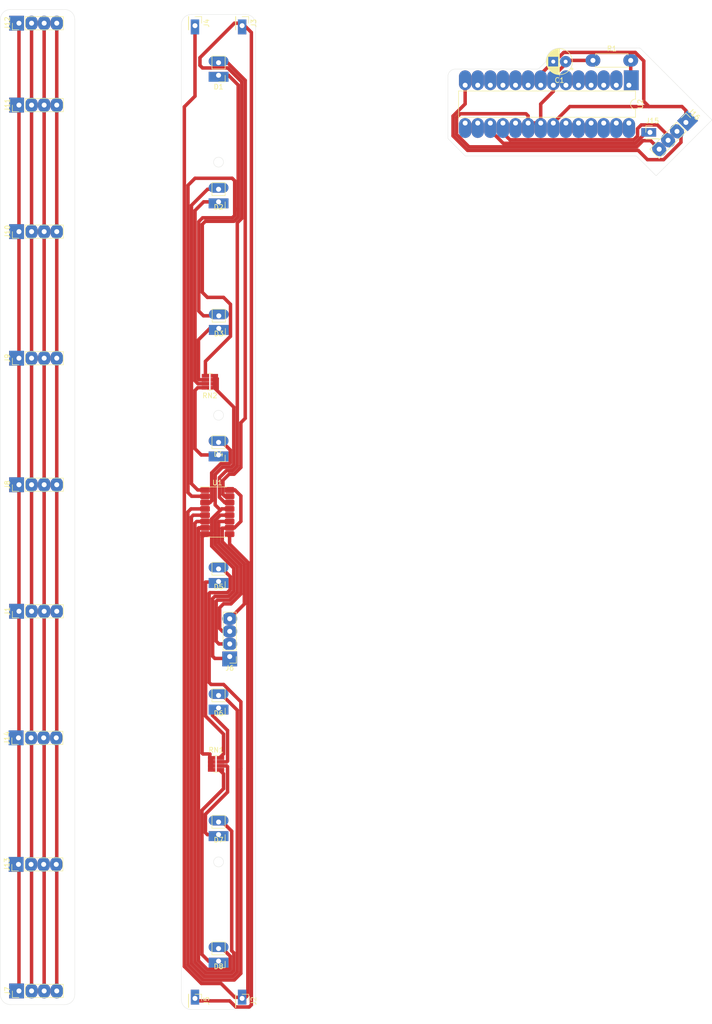
<source format=kicad_pcb>
(kicad_pcb (version 20171130) (host pcbnew "(5.1.9)-1")

  (general
    (thickness 1.6)
    (drawings 46)
    (tracks 331)
    (zones 0)
    (modules 30)
    (nets 50)
  )

  (page A4)
  (layers
    (0 F.Cu signal)
    (31 B.Cu signal)
    (32 B.Adhes user)
    (33 F.Adhes user)
    (34 B.Paste user)
    (35 F.Paste user)
    (36 B.SilkS user)
    (37 F.SilkS user)
    (38 B.Mask user)
    (39 F.Mask user)
    (40 Dwgs.User user)
    (41 Cmts.User user)
    (42 Eco1.User user)
    (43 Eco2.User user)
    (44 Edge.Cuts user)
    (45 Margin user)
    (46 B.CrtYd user)
    (47 F.CrtYd user)
    (48 B.Fab user)
    (49 F.Fab user)
  )

  (setup
    (last_trace_width 0.7)
    (trace_clearance 0.01)
    (zone_clearance 0.508)
    (zone_45_only no)
    (trace_min 0.2)
    (via_size 0.8)
    (via_drill 0.4)
    (via_min_size 0.4)
    (via_min_drill 0.3)
    (uvia_size 0.3)
    (uvia_drill 0.1)
    (uvias_allowed no)
    (uvia_min_size 0.2)
    (uvia_min_drill 0.1)
    (edge_width 0.05)
    (segment_width 0.2)
    (pcb_text_width 0.3)
    (pcb_text_size 1.5 1.5)
    (mod_edge_width 0.12)
    (mod_text_size 1 1)
    (mod_text_width 0.15)
    (pad_size 4 2.5)
    (pad_drill 1)
    (pad_to_mask_clearance 0)
    (aux_axis_origin 0 0)
    (visible_elements 7FFFFFFF)
    (pcbplotparams
      (layerselection 0x01000_7fffffff)
      (usegerberextensions false)
      (usegerberattributes true)
      (usegerberadvancedattributes true)
      (creategerberjobfile false)
      (excludeedgelayer true)
      (linewidth 0.100000)
      (plotframeref false)
      (viasonmask false)
      (mode 1)
      (useauxorigin false)
      (hpglpennumber 1)
      (hpglpenspeed 20)
      (hpglpendiameter 15.000000)
      (psnegative false)
      (psa4output false)
      (plotreference true)
      (plotvalue true)
      (plotinvisibletext false)
      (padsonsilk false)
      (subtractmaskfromsilk false)
      (outputformat 3)
      (mirror false)
      (drillshape 2)
      (scaleselection 1)
      (outputdirectory "./"))
  )

  (net 0 "")
  (net 1 "Net-(D1-Pad2)")
  (net 2 GND)
  (net 3 "Net-(D2-Pad2)")
  (net 4 "Net-(D3-Pad2)")
  (net 5 "Net-(D4-Pad2)")
  (net 6 "Net-(D5-Pad2)")
  (net 7 "Net-(D6-Pad2)")
  (net 8 "Net-(D7-Pad2)")
  (net 9 "Net-(D8-Pad2)")
  (net 10 +5V)
  (net 11 latch)
  (net 12 data)
  (net 13 clk)
  (net 14 out)
  (net 15 "Net-(D5-Pad1)")
  (net 16 "Net-(D6-Pad1)")
  (net 17 "Net-(D7-Pad1)")
  (net 18 "Net-(D8-Pad1)")
  (net 19 "Net-(D1-Pad1)")
  (net 20 "Net-(D2-Pad1)")
  (net 21 "Net-(D3-Pad1)")
  (net 22 "Net-(D4-Pad1)")
  (net 23 "Net-(J1-Pad1)")
  (net 24 "Net-(J1-Pad2)")
  (net 25 "Net-(J1-Pad3)")
  (net 26 "Net-(J1-Pad4)")
  (net 27 "Net-(R1-Pad2)")
  (net 28 "Net-(U2-Pad28)")
  (net 29 "Net-(U2-Pad27)")
  (net 30 "Net-(U2-Pad13)")
  (net 31 "Net-(U2-Pad26)")
  (net 32 "Net-(U2-Pad12)")
  (net 33 "Net-(U2-Pad25)")
  (net 34 "Net-(U2-Pad11)")
  (net 35 "Net-(U2-Pad24)")
  (net 36 "Net-(U2-Pad10)")
  (net 37 "Net-(U2-Pad23)")
  (net 38 "Net-(U2-Pad9)")
  (net 39 "Net-(U2-Pad6)")
  (net 40 "Net-(U2-Pad19)")
  (net 41 "Net-(U2-Pad5)")
  (net 42 "Net-(U2-Pad4)")
  (net 43 "Net-(U2-Pad3)")
  (net 44 "Net-(U2-Pad16)")
  (net 45 "Net-(U2-Pad2)")
  (net 46 "Net-(U2-Pad15)")
  (net 47 data2)
  (net 48 latch2)
  (net 49 clk2)

  (net_class Default "This is the default net class."
    (clearance 0.01)
    (trace_width 0.7)
    (via_dia 0.8)
    (via_drill 0.4)
    (uvia_dia 0.3)
    (uvia_drill 0.1)
    (add_net +5V)
    (add_net GND)
    (add_net "Net-(D1-Pad1)")
    (add_net "Net-(D1-Pad2)")
    (add_net "Net-(D2-Pad1)")
    (add_net "Net-(D2-Pad2)")
    (add_net "Net-(D3-Pad1)")
    (add_net "Net-(D3-Pad2)")
    (add_net "Net-(D4-Pad1)")
    (add_net "Net-(D4-Pad2)")
    (add_net "Net-(D5-Pad1)")
    (add_net "Net-(D5-Pad2)")
    (add_net "Net-(D6-Pad1)")
    (add_net "Net-(D6-Pad2)")
    (add_net "Net-(D7-Pad1)")
    (add_net "Net-(D7-Pad2)")
    (add_net "Net-(D8-Pad1)")
    (add_net "Net-(D8-Pad2)")
    (add_net "Net-(J1-Pad1)")
    (add_net "Net-(J1-Pad2)")
    (add_net "Net-(J1-Pad3)")
    (add_net "Net-(J1-Pad4)")
    (add_net "Net-(R1-Pad2)")
    (add_net "Net-(U2-Pad10)")
    (add_net "Net-(U2-Pad11)")
    (add_net "Net-(U2-Pad12)")
    (add_net "Net-(U2-Pad13)")
    (add_net "Net-(U2-Pad15)")
    (add_net "Net-(U2-Pad16)")
    (add_net "Net-(U2-Pad19)")
    (add_net "Net-(U2-Pad2)")
    (add_net "Net-(U2-Pad23)")
    (add_net "Net-(U2-Pad24)")
    (add_net "Net-(U2-Pad25)")
    (add_net "Net-(U2-Pad26)")
    (add_net "Net-(U2-Pad27)")
    (add_net "Net-(U2-Pad28)")
    (add_net "Net-(U2-Pad3)")
    (add_net "Net-(U2-Pad4)")
    (add_net "Net-(U2-Pad5)")
    (add_net "Net-(U2-Pad6)")
    (add_net "Net-(U2-Pad9)")
    (add_net clk)
    (add_net clk2)
    (add_net data)
    (add_net data2)
    (add_net latch)
    (add_net latch2)
    (add_net out)
  )

  (module conway:CP_Radial_D5.0mm_P2.50mm_Custom_HandSolder (layer F.Cu) (tedit 647406FC) (tstamp 64746E63)
    (at 138.5 33 180)
    (descr "CP, Radial series, Radial, pin pitch=2.50mm, , diameter=5mm, Electrolytic Capacitor")
    (tags "CP Radial series Radial pin pitch 2.50mm  diameter 5mm Electrolytic Capacitor")
    (path /64822386)
    (fp_text reference C1 (at 1.25 -3.75 180) (layer F.SilkS)
      (effects (font (size 1 1) (thickness 0.15)))
    )
    (fp_text value CP (at 1.25 3.75 180) (layer F.Fab)
      (effects (font (size 1 1) (thickness 0.15)))
    )
    (fp_line (start -1.304775 -1.725) (end -1.304775 -1.225) (layer F.SilkS) (width 0.12))
    (fp_line (start -1.554775 -1.475) (end -1.054775 -1.475) (layer F.SilkS) (width 0.12))
    (fp_line (start 3.851 -0.284) (end 3.851 0.284) (layer F.SilkS) (width 0.12))
    (fp_line (start 3.811 -0.518) (end 3.811 0.518) (layer F.SilkS) (width 0.12))
    (fp_line (start 3.771 -0.677) (end 3.771 0.677) (layer F.SilkS) (width 0.12))
    (fp_line (start 3.731 -0.805) (end 3.731 0.805) (layer F.SilkS) (width 0.12))
    (fp_line (start 3.691 -0.915) (end 3.691 0.915) (layer F.SilkS) (width 0.12))
    (fp_line (start 3.651 -1.011) (end 3.651 1.011) (layer F.SilkS) (width 0.12))
    (fp_line (start 3.611 -1.098) (end 3.611 1.098) (layer F.SilkS) (width 0.12))
    (fp_line (start 3.571 -1.178) (end 3.571 1.178) (layer F.SilkS) (width 0.12))
    (fp_line (start 3.531 1.04) (end 3.531 1.251) (layer F.SilkS) (width 0.12))
    (fp_line (start 3.531 -1.251) (end 3.531 -1.04) (layer F.SilkS) (width 0.12))
    (fp_line (start 3.491 1.04) (end 3.491 1.319) (layer F.SilkS) (width 0.12))
    (fp_line (start 3.491 -1.319) (end 3.491 -1.04) (layer F.SilkS) (width 0.12))
    (fp_line (start 3.451 1.04) (end 3.451 1.383) (layer F.SilkS) (width 0.12))
    (fp_line (start 3.451 -1.383) (end 3.451 -1.04) (layer F.SilkS) (width 0.12))
    (fp_line (start 3.411 1.04) (end 3.411 1.443) (layer F.SilkS) (width 0.12))
    (fp_line (start 3.411 -1.443) (end 3.411 -1.04) (layer F.SilkS) (width 0.12))
    (fp_line (start 3.371 1.04) (end 3.371 1.5) (layer F.SilkS) (width 0.12))
    (fp_line (start 3.371 -1.5) (end 3.371 -1.04) (layer F.SilkS) (width 0.12))
    (fp_line (start 3.331 1.04) (end 3.331 1.554) (layer F.SilkS) (width 0.12))
    (fp_line (start 3.331 -1.554) (end 3.331 -1.04) (layer F.SilkS) (width 0.12))
    (fp_line (start 3.291 1.04) (end 3.291 1.605) (layer F.SilkS) (width 0.12))
    (fp_line (start 3.291 -1.605) (end 3.291 -1.04) (layer F.SilkS) (width 0.12))
    (fp_line (start 3.251 1.04) (end 3.251 1.653) (layer F.SilkS) (width 0.12))
    (fp_line (start 3.251 -1.653) (end 3.251 -1.04) (layer F.SilkS) (width 0.12))
    (fp_line (start 3.211 1.04) (end 3.211 1.699) (layer F.SilkS) (width 0.12))
    (fp_line (start 3.211 -1.699) (end 3.211 -1.04) (layer F.SilkS) (width 0.12))
    (fp_line (start 3.171 1.04) (end 3.171 1.743) (layer F.SilkS) (width 0.12))
    (fp_line (start 3.171 -1.743) (end 3.171 -1.04) (layer F.SilkS) (width 0.12))
    (fp_line (start 3.131 1.04) (end 3.131 1.785) (layer F.SilkS) (width 0.12))
    (fp_line (start 3.131 -1.785) (end 3.131 -1.04) (layer F.SilkS) (width 0.12))
    (fp_line (start 3.091 1.04) (end 3.091 1.826) (layer F.SilkS) (width 0.12))
    (fp_line (start 3.091 -1.826) (end 3.091 -1.04) (layer F.SilkS) (width 0.12))
    (fp_line (start 3.051 1.04) (end 3.051 1.864) (layer F.SilkS) (width 0.12))
    (fp_line (start 3.051 -1.864) (end 3.051 -1.04) (layer F.SilkS) (width 0.12))
    (fp_line (start 3.011 1.04) (end 3.011 1.901) (layer F.SilkS) (width 0.12))
    (fp_line (start 3.011 -1.901) (end 3.011 -1.04) (layer F.SilkS) (width 0.12))
    (fp_line (start 2.971 1.04) (end 2.971 1.937) (layer F.SilkS) (width 0.12))
    (fp_line (start 2.971 -1.937) (end 2.971 -1.04) (layer F.SilkS) (width 0.12))
    (fp_line (start 2.931 1.04) (end 2.931 1.971) (layer F.SilkS) (width 0.12))
    (fp_line (start 2.931 -1.971) (end 2.931 -1.04) (layer F.SilkS) (width 0.12))
    (fp_line (start 2.891 1.04) (end 2.891 2.004) (layer F.SilkS) (width 0.12))
    (fp_line (start 2.891 -2.004) (end 2.891 -1.04) (layer F.SilkS) (width 0.12))
    (fp_line (start 2.851 1.04) (end 2.851 2.035) (layer F.SilkS) (width 0.12))
    (fp_line (start 2.851 -2.035) (end 2.851 -1.04) (layer F.SilkS) (width 0.12))
    (fp_line (start 2.811 1.04) (end 2.811 2.065) (layer F.SilkS) (width 0.12))
    (fp_line (start 2.811 -2.065) (end 2.811 -1.04) (layer F.SilkS) (width 0.12))
    (fp_line (start 2.771 1.04) (end 2.771 2.095) (layer F.SilkS) (width 0.12))
    (fp_line (start 2.771 -2.095) (end 2.771 -1.04) (layer F.SilkS) (width 0.12))
    (fp_line (start 2.731 1.04) (end 2.731 2.122) (layer F.SilkS) (width 0.12))
    (fp_line (start 2.731 -2.122) (end 2.731 -1.04) (layer F.SilkS) (width 0.12))
    (fp_line (start 2.691 1.04) (end 2.691 2.149) (layer F.SilkS) (width 0.12))
    (fp_line (start 2.691 -2.149) (end 2.691 -1.04) (layer F.SilkS) (width 0.12))
    (fp_line (start 2.651 1.04) (end 2.651 2.175) (layer F.SilkS) (width 0.12))
    (fp_line (start 2.651 -2.175) (end 2.651 -1.04) (layer F.SilkS) (width 0.12))
    (fp_line (start 2.611 1.04) (end 2.611 2.2) (layer F.SilkS) (width 0.12))
    (fp_line (start 2.611 -2.2) (end 2.611 -1.04) (layer F.SilkS) (width 0.12))
    (fp_line (start 2.571 1.04) (end 2.571 2.224) (layer F.SilkS) (width 0.12))
    (fp_line (start 2.571 -2.224) (end 2.571 -1.04) (layer F.SilkS) (width 0.12))
    (fp_line (start 2.531 1.04) (end 2.531 2.247) (layer F.SilkS) (width 0.12))
    (fp_line (start 2.531 -2.247) (end 2.531 -1.04) (layer F.SilkS) (width 0.12))
    (fp_line (start 2.491 1.04) (end 2.491 2.268) (layer F.SilkS) (width 0.12))
    (fp_line (start 2.491 -2.268) (end 2.491 -1.04) (layer F.SilkS) (width 0.12))
    (fp_line (start 2.451 1.04) (end 2.451 2.29) (layer F.SilkS) (width 0.12))
    (fp_line (start 2.451 -2.29) (end 2.451 -1.04) (layer F.SilkS) (width 0.12))
    (fp_line (start 2.411 1.04) (end 2.411 2.31) (layer F.SilkS) (width 0.12))
    (fp_line (start 2.411 -2.31) (end 2.411 -1.04) (layer F.SilkS) (width 0.12))
    (fp_line (start 2.371 1.04) (end 2.371 2.329) (layer F.SilkS) (width 0.12))
    (fp_line (start 2.371 -2.329) (end 2.371 -1.04) (layer F.SilkS) (width 0.12))
    (fp_line (start 2.331 1.04) (end 2.331 2.348) (layer F.SilkS) (width 0.12))
    (fp_line (start 2.331 -2.348) (end 2.331 -1.04) (layer F.SilkS) (width 0.12))
    (fp_line (start 2.291 1.04) (end 2.291 2.365) (layer F.SilkS) (width 0.12))
    (fp_line (start 2.291 -2.365) (end 2.291 -1.04) (layer F.SilkS) (width 0.12))
    (fp_line (start 2.251 1.04) (end 2.251 2.382) (layer F.SilkS) (width 0.12))
    (fp_line (start 2.251 -2.382) (end 2.251 -1.04) (layer F.SilkS) (width 0.12))
    (fp_line (start 2.211 1.04) (end 2.211 2.398) (layer F.SilkS) (width 0.12))
    (fp_line (start 2.211 -2.398) (end 2.211 -1.04) (layer F.SilkS) (width 0.12))
    (fp_line (start 2.171 1.04) (end 2.171 2.414) (layer F.SilkS) (width 0.12))
    (fp_line (start 2.171 -2.414) (end 2.171 -1.04) (layer F.SilkS) (width 0.12))
    (fp_line (start 2.131 1.04) (end 2.131 2.428) (layer F.SilkS) (width 0.12))
    (fp_line (start 2.131 -2.428) (end 2.131 -1.04) (layer F.SilkS) (width 0.12))
    (fp_line (start 2.091 1.04) (end 2.091 2.442) (layer F.SilkS) (width 0.12))
    (fp_line (start 2.091 -2.442) (end 2.091 -1.04) (layer F.SilkS) (width 0.12))
    (fp_line (start 2.051 1.04) (end 2.051 2.455) (layer F.SilkS) (width 0.12))
    (fp_line (start 2.051 -2.455) (end 2.051 -1.04) (layer F.SilkS) (width 0.12))
    (fp_line (start 2.011 1.04) (end 2.011 2.468) (layer F.SilkS) (width 0.12))
    (fp_line (start 2.011 -2.468) (end 2.011 -1.04) (layer F.SilkS) (width 0.12))
    (fp_line (start 1.971 1.04) (end 1.971 2.48) (layer F.SilkS) (width 0.12))
    (fp_line (start 1.971 -2.48) (end 1.971 -1.04) (layer F.SilkS) (width 0.12))
    (fp_line (start 1.93 1.04) (end 1.93 2.491) (layer F.SilkS) (width 0.12))
    (fp_line (start 1.93 -2.491) (end 1.93 -1.04) (layer F.SilkS) (width 0.12))
    (fp_line (start 1.89 1.04) (end 1.89 2.501) (layer F.SilkS) (width 0.12))
    (fp_line (start 1.89 -2.501) (end 1.89 -1.04) (layer F.SilkS) (width 0.12))
    (fp_line (start 1.85 1.04) (end 1.85 2.511) (layer F.SilkS) (width 0.12))
    (fp_line (start 1.85 -2.511) (end 1.85 -1.04) (layer F.SilkS) (width 0.12))
    (fp_line (start 1.81 1.04) (end 1.81 2.52) (layer F.SilkS) (width 0.12))
    (fp_line (start 1.81 -2.52) (end 1.81 -1.04) (layer F.SilkS) (width 0.12))
    (fp_line (start 1.77 1.04) (end 1.77 2.528) (layer F.SilkS) (width 0.12))
    (fp_line (start 1.77 -2.528) (end 1.77 -1.04) (layer F.SilkS) (width 0.12))
    (fp_line (start 1.73 1.04) (end 1.73 2.536) (layer F.SilkS) (width 0.12))
    (fp_line (start 1.73 -2.536) (end 1.73 -1.04) (layer F.SilkS) (width 0.12))
    (fp_line (start 1.69 1.04) (end 1.69 2.543) (layer F.SilkS) (width 0.12))
    (fp_line (start 1.69 -2.543) (end 1.69 -1.04) (layer F.SilkS) (width 0.12))
    (fp_line (start 1.65 1.04) (end 1.65 2.55) (layer F.SilkS) (width 0.12))
    (fp_line (start 1.65 -2.55) (end 1.65 -1.04) (layer F.SilkS) (width 0.12))
    (fp_line (start 1.61 1.04) (end 1.61 2.556) (layer F.SilkS) (width 0.12))
    (fp_line (start 1.61 -2.556) (end 1.61 -1.04) (layer F.SilkS) (width 0.12))
    (fp_line (start 1.57 1.04) (end 1.57 2.561) (layer F.SilkS) (width 0.12))
    (fp_line (start 1.57 -2.561) (end 1.57 -1.04) (layer F.SilkS) (width 0.12))
    (fp_line (start 1.53 1.04) (end 1.53 2.565) (layer F.SilkS) (width 0.12))
    (fp_line (start 1.53 -2.565) (end 1.53 -1.04) (layer F.SilkS) (width 0.12))
    (fp_line (start 1.49 1.04) (end 1.49 2.569) (layer F.SilkS) (width 0.12))
    (fp_line (start 1.49 -2.569) (end 1.49 -1.04) (layer F.SilkS) (width 0.12))
    (fp_line (start 1.45 -2.573) (end 1.45 2.573) (layer F.SilkS) (width 0.12))
    (fp_line (start 1.41 -2.576) (end 1.41 2.576) (layer F.SilkS) (width 0.12))
    (fp_line (start 1.37 -2.578) (end 1.37 2.578) (layer F.SilkS) (width 0.12))
    (fp_line (start 1.33 -2.579) (end 1.33 2.579) (layer F.SilkS) (width 0.12))
    (fp_line (start 1.29 -2.58) (end 1.29 2.58) (layer F.SilkS) (width 0.12))
    (fp_line (start 1.25 -2.58) (end 1.25 2.58) (layer F.SilkS) (width 0.12))
    (fp_line (start -0.633605 -1.3375) (end -0.633605 -0.8375) (layer F.Fab) (width 0.1))
    (fp_line (start -0.883605 -1.0875) (end -0.383605 -1.0875) (layer F.Fab) (width 0.1))
    (fp_circle (center 1.25 0) (end 4 0) (layer F.CrtYd) (width 0.05))
    (fp_circle (center 1.25 0) (end 3.87 0) (layer F.SilkS) (width 0.12))
    (fp_circle (center 1.25 0) (end 3.75 0) (layer F.Fab) (width 0.1))
    (fp_text user %R (at 1.25 0 180) (layer F.Fab)
      (effects (font (size 1 1) (thickness 0.15)))
    )
    (pad 1 thru_hole circle (at 0 0 180) (size 2.3 2.3) (drill 0.8) (layers *.Cu *.Mask)
      (net 10 +5V))
    (pad 2 thru_hole rect (at 2.5 0 180) (size 2.3 2.3) (drill 0.8) (layers *.Cu *.Mask)
      (net 2 GND))
    (model ${KISYS3DMOD}/Capacitor_THT.3dshapes/CP_Radial_D5.0mm_P2.50mm.wrl
      (at (xyz 0 0 0))
      (scale (xyz 1 1 1))
      (rotate (xyz 0 0 0))
    )
  )

  (module conway:DIP-28_W7.62mm_Custom_HandSolder (layer F.Cu) (tedit 64740C3B) (tstamp 64744478)
    (at 151.25 37.75 270)
    (descr "28-lead though-hole mounted DIP package, row spacing 7.62 mm (300 mils)")
    (tags "THT DIP DIL PDIP 2.54mm 7.62mm 300mil")
    (path /64741153)
    (fp_text reference U2 (at 3.81 -2.33 270) (layer F.SilkS)
      (effects (font (size 1 1) (thickness 0.15)))
    )
    (fp_text value ATmega328P-PU (at 3.81 35.35 270) (layer F.Fab)
      (effects (font (size 1 1) (thickness 0.15)))
    )
    (fp_line (start 8.7 -1.55) (end -1.1 -1.55) (layer F.CrtYd) (width 0.05))
    (fp_line (start 8.7 34.55) (end 8.7 -1.55) (layer F.CrtYd) (width 0.05))
    (fp_line (start -1.1 34.55) (end 8.7 34.55) (layer F.CrtYd) (width 0.05))
    (fp_line (start -1.1 -1.55) (end -1.1 34.55) (layer F.CrtYd) (width 0.05))
    (fp_line (start 6.46 -1.33) (end 4.81 -1.33) (layer F.SilkS) (width 0.12))
    (fp_line (start 6.46 34.35) (end 6.46 -1.33) (layer F.SilkS) (width 0.12))
    (fp_line (start 1.16 34.35) (end 6.46 34.35) (layer F.SilkS) (width 0.12))
    (fp_line (start 1.16 -1.33) (end 1.16 34.35) (layer F.SilkS) (width 0.12))
    (fp_line (start 2.81 -1.33) (end 1.16 -1.33) (layer F.SilkS) (width 0.12))
    (fp_line (start 0.635 -0.27) (end 1.635 -1.27) (layer F.Fab) (width 0.1))
    (fp_line (start 0.635 34.29) (end 0.635 -0.27) (layer F.Fab) (width 0.1))
    (fp_line (start 6.985 34.29) (end 0.635 34.29) (layer F.Fab) (width 0.1))
    (fp_line (start 6.985 -1.27) (end 6.985 34.29) (layer F.Fab) (width 0.1))
    (fp_line (start 1.635 -1.27) (end 6.985 -1.27) (layer F.Fab) (width 0.1))
    (fp_arc (start 3.81 -1.33) (end 2.81 -1.33) (angle -180) (layer F.SilkS) (width 0.12))
    (fp_text user %R (at 3.81 16.51 270) (layer F.Fab)
      (effects (font (size 1 1) (thickness 0.15)))
    )
    (pad 1 thru_hole rect (at 0 0 270) (size 4 3) (drill 1 (offset -1 -0.48)) (layers *.Cu *.Mask)
      (net 27 "Net-(R1-Pad2)"))
    (pad 15 thru_hole oval (at 7.62 33.02 270) (size 4 2.5) (drill 1 (offset 1 0)) (layers *.Cu *.Mask)
      (net 46 "Net-(U2-Pad15)"))
    (pad 2 thru_hole oval (at 0 2.54 270) (size 4 2.5) (drill 1 (offset -1 0)) (layers *.Cu *.Mask)
      (net 45 "Net-(U2-Pad2)"))
    (pad 16 thru_hole oval (at 7.62 30.48 270) (size 4 2.5) (drill 1 (offset 1 0)) (layers *.Cu *.Mask)
      (net 44 "Net-(U2-Pad16)"))
    (pad 3 thru_hole oval (at 0 5.08 270) (size 4 2.5) (drill 1 (offset -1 0)) (layers *.Cu *.Mask)
      (net 43 "Net-(U2-Pad3)"))
    (pad 17 thru_hole oval (at 7.62 27.94 270) (size 4 2.5) (drill 1 (offset 1 0)) (layers *.Cu *.Mask)
      (net 47 data2))
    (pad 4 thru_hole oval (at 0 7.62 270) (size 4 2.5) (drill 1 (offset -1 0)) (layers *.Cu *.Mask)
      (net 42 "Net-(U2-Pad4)"))
    (pad 18 thru_hole oval (at 7.62 25.4 270) (size 4 2.5) (drill 1 (offset 1 0)) (layers *.Cu *.Mask)
      (net 49 clk2))
    (pad 5 thru_hole oval (at 0 10.16 270) (size 4 2.5) (drill 1 (offset -1 0)) (layers *.Cu *.Mask)
      (net 41 "Net-(U2-Pad5)"))
    (pad 19 thru_hole oval (at 7.62 22.86 270) (size 4 2.5) (drill 1 (offset 1 0)) (layers *.Cu *.Mask)
      (net 40 "Net-(U2-Pad19)"))
    (pad 6 thru_hole oval (at 0 12.7 270) (size 4 2.5) (drill 1 (offset -1 0)) (layers *.Cu *.Mask)
      (net 39 "Net-(U2-Pad6)"))
    (pad 20 thru_hole oval (at 7.62 20.32 270) (size 4 2.5) (drill 1 (offset 1 0)) (layers *.Cu *.Mask)
      (net 10 +5V))
    (pad 7 thru_hole oval (at 0 15.24 270) (size 4 2.5) (drill 1 (offset -1 0)) (layers *.Cu *.Mask)
      (net 10 +5V))
    (pad 21 thru_hole oval (at 7.62 17.78 270) (size 4 2.5) (drill 1 (offset 1 0)) (layers *.Cu *.Mask)
      (net 10 +5V))
    (pad 8 thru_hole oval (at 0 17.78 270) (size 4 2.5) (drill 1 (offset -1 0)) (layers *.Cu *.Mask)
      (net 2 GND))
    (pad 22 thru_hole oval (at 7.62 15.24 270) (size 4 2.5) (drill 1 (offset 1 0)) (layers *.Cu *.Mask)
      (net 2 GND))
    (pad 9 thru_hole oval (at 0 20.32 270) (size 4 2.5) (drill 1 (offset -1 0)) (layers *.Cu *.Mask)
      (net 38 "Net-(U2-Pad9)"))
    (pad 23 thru_hole oval (at 7.62 12.7 270) (size 4 2.5) (drill 1 (offset 1 0)) (layers *.Cu *.Mask)
      (net 37 "Net-(U2-Pad23)"))
    (pad 10 thru_hole oval (at 0 22.86 270) (size 4 2.5) (drill 1 (offset -1 0)) (layers *.Cu *.Mask)
      (net 36 "Net-(U2-Pad10)"))
    (pad 24 thru_hole oval (at 7.62 10.16 270) (size 4 2.5) (drill 1 (offset 1 0)) (layers *.Cu *.Mask)
      (net 35 "Net-(U2-Pad24)"))
    (pad 11 thru_hole oval (at 0 25.4 270) (size 4 2.5) (drill 1 (offset -1 0)) (layers *.Cu *.Mask)
      (net 34 "Net-(U2-Pad11)"))
    (pad 25 thru_hole oval (at 7.62 7.62 270) (size 4 2.5) (drill 1 (offset 1 0)) (layers *.Cu *.Mask)
      (net 33 "Net-(U2-Pad25)"))
    (pad 12 thru_hole oval (at 0 27.94 270) (size 4 2.5) (drill 1 (offset -1 0)) (layers *.Cu *.Mask)
      (net 32 "Net-(U2-Pad12)"))
    (pad 26 thru_hole oval (at 7.62 5.08 270) (size 4 2.5) (drill 1 (offset 1 0)) (layers *.Cu *.Mask)
      (net 31 "Net-(U2-Pad26)"))
    (pad 13 thru_hole oval (at 0 30.48 270) (size 4 2.5) (drill 1 (offset -1 0)) (layers *.Cu *.Mask)
      (net 30 "Net-(U2-Pad13)"))
    (pad 27 thru_hole oval (at 7.62 2.54 270) (size 4 2.5) (drill 1 (offset 1 0)) (layers *.Cu *.Mask)
      (net 29 "Net-(U2-Pad27)"))
    (pad 14 thru_hole oval (at 0 33.02 270) (size 4 2.5) (drill 1 (offset -1 0)) (layers *.Cu *.Mask)
      (net 48 latch2))
    (pad 28 thru_hole oval (at 7.62 0 270) (size 4 2.5) (drill 1 (offset 1 0)) (layers *.Cu *.Mask)
      (net 28 "Net-(U2-Pad28)"))
    (model ${KISYS3DMOD}/Package_DIP.3dshapes/DIP-28_W7.62mm.wrl
      (at (xyz 0 0 0))
      (scale (xyz 1 1 1))
      (rotate (xyz 0 0 0))
    )
  )

  (module conway:R_Axial_DIN0207_L6.3mm_D2.5mm_P7.62mm_Horizontal_Custom_HandSolder (layer F.Cu) (tedit 5AE5139B) (tstamp 647443AE)
    (at 144 32.75)
    (descr "Resistor, Axial_DIN0207 series, Axial, Horizontal, pin pitch=7.62mm, 0.25W = 1/4W, length*diameter=6.3*2.5mm^2, http://cdn-reichelt.de/documents/datenblatt/B400/1_4W%23YAG.pdf")
    (tags "Resistor Axial_DIN0207 series Axial Horizontal pin pitch 7.62mm 0.25W = 1/4W length 6.3mm diameter 2.5mm")
    (path /64777760)
    (fp_text reference R1 (at 3.81 -2.37) (layer F.SilkS)
      (effects (font (size 1 1) (thickness 0.15)))
    )
    (fp_text value 10k (at 3.81 2.37) (layer F.Fab)
      (effects (font (size 1 1) (thickness 0.15)))
    )
    (fp_line (start 8.67 -1.5) (end -1.05 -1.5) (layer F.CrtYd) (width 0.05))
    (fp_line (start 8.67 1.5) (end 8.67 -1.5) (layer F.CrtYd) (width 0.05))
    (fp_line (start -1.05 1.5) (end 8.67 1.5) (layer F.CrtYd) (width 0.05))
    (fp_line (start -1.05 -1.5) (end -1.05 1.5) (layer F.CrtYd) (width 0.05))
    (fp_line (start 7.08 1.37) (end 7.08 1.04) (layer F.SilkS) (width 0.12))
    (fp_line (start 0.54 1.37) (end 7.08 1.37) (layer F.SilkS) (width 0.12))
    (fp_line (start 0.54 1.04) (end 0.54 1.37) (layer F.SilkS) (width 0.12))
    (fp_line (start 7.08 -1.37) (end 7.08 -1.04) (layer F.SilkS) (width 0.12))
    (fp_line (start 0.54 -1.37) (end 7.08 -1.37) (layer F.SilkS) (width 0.12))
    (fp_line (start 0.54 -1.04) (end 0.54 -1.37) (layer F.SilkS) (width 0.12))
    (fp_line (start 7.62 0) (end 6.96 0) (layer F.Fab) (width 0.1))
    (fp_line (start 0 0) (end 0.66 0) (layer F.Fab) (width 0.1))
    (fp_line (start 6.96 -1.25) (end 0.66 -1.25) (layer F.Fab) (width 0.1))
    (fp_line (start 6.96 1.25) (end 6.96 -1.25) (layer F.Fab) (width 0.1))
    (fp_line (start 0.66 1.25) (end 6.96 1.25) (layer F.Fab) (width 0.1))
    (fp_line (start 0.66 -1.25) (end 0.66 1.25) (layer F.Fab) (width 0.1))
    (fp_text user %R (at 3.81 0) (layer F.Fab)
      (effects (font (size 1 1) (thickness 0.15)))
    )
    (pad 1 thru_hole oval (at 0 0) (size 3 2.5) (drill 1) (layers *.Cu *.Mask)
      (net 10 +5V))
    (pad 2 thru_hole oval (at 7.62 0) (size 3 2.5) (drill 1) (layers *.Cu *.Mask)
      (net 27 "Net-(R1-Pad2)"))
    (model ${KISYS3DMOD}/Resistor_THT.3dshapes/R_Axial_DIN0207_L6.3mm_D2.5mm_P7.62mm_Horizontal.wrl
      (at (xyz 0 0 0))
      (scale (xyz 1 1 1))
      (rotate (xyz 0 0 0))
    )
  )

  (module conway:PinHeader_1x04_P2.54mm_Vertical_Custom_Hand_Solder (layer F.Cu) (tedit 6466EF03) (tstamp 64744397)
    (at 162.75 45.25 315)
    (descr "Through hole straight pin header, 1x04, 2.54mm pitch, single row")
    (tags "Through hole pin header THT 1x04 2.54mm single row")
    (path /64756FA5)
    (fp_text reference J16 (at 0 -2.33 315) (layer F.SilkS)
      (effects (font (size 1 1) (thickness 0.15)))
    )
    (fp_text value Conn_01x04 (at 0 9.95 315) (layer F.Fab)
      (effects (font (size 1 1) (thickness 0.15)))
    )
    (fp_line (start 1.8 -1.8) (end -1.8 -1.8) (layer F.CrtYd) (width 0.05))
    (fp_line (start 1.8 9.4) (end 1.8 -1.8) (layer F.CrtYd) (width 0.05))
    (fp_line (start -1.8 9.4) (end 1.8 9.4) (layer F.CrtYd) (width 0.05))
    (fp_line (start -1.8 -1.8) (end -1.8 9.4) (layer F.CrtYd) (width 0.05))
    (fp_line (start -1.33 -1.33) (end 0 -1.33) (layer F.SilkS) (width 0.12))
    (fp_line (start -1.33 0) (end -1.33 -1.33) (layer F.SilkS) (width 0.12))
    (fp_line (start -1.33 1.27) (end 1.33 1.27) (layer F.SilkS) (width 0.12))
    (fp_line (start 1.33 1.27) (end 1.33 8.95) (layer F.SilkS) (width 0.12))
    (fp_line (start -1.33 1.27) (end -1.33 8.95) (layer F.SilkS) (width 0.12))
    (fp_line (start -1.33 8.95) (end 1.33 8.95) (layer F.SilkS) (width 0.12))
    (fp_line (start -1.27 -0.635) (end -0.635 -1.27) (layer F.Fab) (width 0.1))
    (fp_line (start -1.27 8.89) (end -1.27 -0.635) (layer F.Fab) (width 0.1))
    (fp_line (start 1.27 8.89) (end -1.27 8.89) (layer F.Fab) (width 0.1))
    (fp_line (start 1.27 -1.27) (end 1.27 8.89) (layer F.Fab) (width 0.1))
    (fp_line (start -0.635 -1.27) (end 1.27 -1.27) (layer F.Fab) (width 0.1))
    (fp_text user %R (at 0 3.81 225) (layer F.Fab)
      (effects (font (size 1 1) (thickness 0.15)))
    )
    (pad 1 thru_hole rect (at 0 0 315) (size 3 3) (drill 1 (offset 0 -0.48)) (layers *.Cu *.Mask)
      (net 2 GND))
    (pad 2 thru_hole oval (at 0 2.54 315) (size 3 2.5) (drill 1) (layers *.Cu *.Mask)
      (net 48 latch2))
    (pad 3 thru_hole oval (at 0 5.08 315) (size 3 2.5) (drill 1) (layers *.Cu *.Mask)
      (net 49 clk2))
    (pad 4 thru_hole oval (at 0 7.62 315) (size 3 2.5) (drill 1) (layers *.Cu *.Mask)
      (net 10 +5V))
    (model ${KISYS3DMOD}/Connector_PinHeader_2.54mm.3dshapes/PinHeader_1x04_P2.54mm_Vertical.wrl
      (at (xyz 0 0 0))
      (scale (xyz 1 1 1))
      (rotate (xyz 0 0 0))
    )
  )

  (module conway:PinHeader_1x01_P2.54mm_Vertical_Custom_Left_Hand_Solder (layer F.Cu) (tedit 6463C51E) (tstamp 6474437F)
    (at 156 47.25)
    (descr "Through hole straight pin header, 1x01, 2.54mm pitch, single row")
    (tags "Through hole pin header THT 1x01 2.54mm single row")
    (path /64793B57)
    (fp_text reference J15 (at 0 -2.33) (layer F.SilkS)
      (effects (font (size 1 1) (thickness 0.15)))
    )
    (fp_text value Conn_01x01 (at 0 2.33) (layer F.Fab)
      (effects (font (size 1 1) (thickness 0.15)))
    )
    (fp_line (start 1.8 -1.8) (end -1.8 -1.8) (layer F.CrtYd) (width 0.05))
    (fp_line (start 1.8 1.8) (end 1.8 -1.8) (layer F.CrtYd) (width 0.05))
    (fp_line (start -1.8 1.8) (end 1.8 1.8) (layer F.CrtYd) (width 0.05))
    (fp_line (start -1.8 -1.8) (end -1.8 1.8) (layer F.CrtYd) (width 0.05))
    (fp_line (start -1.33 -1.33) (end 0 -1.33) (layer F.SilkS) (width 0.12))
    (fp_line (start -1.33 0) (end -1.33 -1.33) (layer F.SilkS) (width 0.12))
    (fp_line (start -1.33 1.27) (end 1.33 1.27) (layer F.SilkS) (width 0.12))
    (fp_line (start 1.33 1.27) (end 1.33 1.33) (layer F.SilkS) (width 0.12))
    (fp_line (start -1.33 1.27) (end -1.33 1.33) (layer F.SilkS) (width 0.12))
    (fp_line (start -1.33 1.33) (end 1.33 1.33) (layer F.SilkS) (width 0.12))
    (fp_line (start -1.27 -0.635) (end -0.635 -1.27) (layer F.Fab) (width 0.1))
    (fp_line (start -1.27 1.27) (end -1.27 -0.635) (layer F.Fab) (width 0.1))
    (fp_line (start 1.27 1.27) (end -1.27 1.27) (layer F.Fab) (width 0.1))
    (fp_line (start 1.27 -1.27) (end 1.27 1.27) (layer F.Fab) (width 0.1))
    (fp_line (start -0.635 -1.27) (end 1.27 -1.27) (layer F.Fab) (width 0.1))
    (fp_text user %R (at 0 0 90) (layer F.Fab)
      (effects (font (size 1 1) (thickness 0.15)))
    )
    (pad 1 thru_hole rect (at -0.5 0) (size 3 1.7) (drill 1 (offset -0.25 0)) (layers *.Cu *.Mask)
      (net 47 data2))
    (model ${KISYS3DMOD}/Connector_PinHeader_2.54mm.3dshapes/PinHeader_1x01_P2.54mm_Vertical.wrl
      (at (xyz 0 0 0))
      (scale (xyz 1 1 1))
      (rotate (xyz 0 0 0))
    )
  )

  (module conway:PinHeader_1x04_P2.54mm_Vertical_Custom_Hand_Solder (layer F.Cu) (tedit 6466EF03) (tstamp 646C44A9)
    (at 28.15 169.25 90)
    (descr "Through hole straight pin header, 1x04, 2.54mm pitch, single row")
    (tags "Through hole pin header THT 1x04 2.54mm single row")
    (path /646EEB55)
    (fp_text reference J14 (at 0 -2.33 270) (layer F.SilkS)
      (effects (font (size 1 1) (thickness 0.15)))
    )
    (fp_text value Conn_01x04 (at 0 9.95 270) (layer F.Fab)
      (effects (font (size 1 1) (thickness 0.15)))
    )
    (fp_line (start -0.635 -1.27) (end 1.27 -1.27) (layer F.Fab) (width 0.1))
    (fp_line (start 1.27 -1.27) (end 1.27 8.89) (layer F.Fab) (width 0.1))
    (fp_line (start 1.27 8.89) (end -1.27 8.89) (layer F.Fab) (width 0.1))
    (fp_line (start -1.27 8.89) (end -1.27 -0.635) (layer F.Fab) (width 0.1))
    (fp_line (start -1.27 -0.635) (end -0.635 -1.27) (layer F.Fab) (width 0.1))
    (fp_line (start -1.33 8.95) (end 1.33 8.95) (layer F.SilkS) (width 0.12))
    (fp_line (start -1.33 1.27) (end -1.33 8.95) (layer F.SilkS) (width 0.12))
    (fp_line (start 1.33 1.27) (end 1.33 8.95) (layer F.SilkS) (width 0.12))
    (fp_line (start -1.33 1.27) (end 1.33 1.27) (layer F.SilkS) (width 0.12))
    (fp_line (start -1.33 0) (end -1.33 -1.33) (layer F.SilkS) (width 0.12))
    (fp_line (start -1.33 -1.33) (end 0 -1.33) (layer F.SilkS) (width 0.12))
    (fp_line (start -1.8 -1.8) (end -1.8 9.4) (layer F.CrtYd) (width 0.05))
    (fp_line (start -1.8 9.4) (end 1.8 9.4) (layer F.CrtYd) (width 0.05))
    (fp_line (start 1.8 9.4) (end 1.8 -1.8) (layer F.CrtYd) (width 0.05))
    (fp_line (start 1.8 -1.8) (end -1.8 -1.8) (layer F.CrtYd) (width 0.05))
    (fp_text user %R (at 0 3.81 180) (layer F.Fab)
      (effects (font (size 1 1) (thickness 0.15)))
    )
    (pad 1 thru_hole rect (at 0 0 90) (size 3 3) (drill 1 (offset 0 -0.48)) (layers *.Cu *.Mask)
      (net 23 "Net-(J1-Pad1)"))
    (pad 2 thru_hole oval (at 0 2.54 90) (size 3 2.5) (drill 1) (layers *.Cu *.Mask)
      (net 24 "Net-(J1-Pad2)"))
    (pad 3 thru_hole oval (at 0 5.08 90) (size 3 2.5) (drill 1) (layers *.Cu *.Mask)
      (net 25 "Net-(J1-Pad3)"))
    (pad 4 thru_hole oval (at 0 7.62 90) (size 3 2.5) (drill 1) (layers *.Cu *.Mask)
      (net 26 "Net-(J1-Pad4)"))
    (model ${KISYS3DMOD}/Connector_PinHeader_2.54mm.3dshapes/PinHeader_1x04_P2.54mm_Vertical.wrl
      (at (xyz 0 0 0))
      (scale (xyz 1 1 1))
      (rotate (xyz 0 0 0))
    )
  )

  (module conway:PinHeader_1x04_P2.54mm_Vertical_Custom_Hand_Solder (layer F.Cu) (tedit 6466EF03) (tstamp 646C4491)
    (at 28.15 194.75 90)
    (descr "Through hole straight pin header, 1x04, 2.54mm pitch, single row")
    (tags "Through hole pin header THT 1x04 2.54mm single row")
    (path /646EC0F6)
    (fp_text reference J13 (at 0 -2.33 270) (layer F.SilkS)
      (effects (font (size 1 1) (thickness 0.15)))
    )
    (fp_text value Conn_01x04 (at 0 9.95 270) (layer F.Fab)
      (effects (font (size 1 1) (thickness 0.15)))
    )
    (fp_line (start -0.635 -1.27) (end 1.27 -1.27) (layer F.Fab) (width 0.1))
    (fp_line (start 1.27 -1.27) (end 1.27 8.89) (layer F.Fab) (width 0.1))
    (fp_line (start 1.27 8.89) (end -1.27 8.89) (layer F.Fab) (width 0.1))
    (fp_line (start -1.27 8.89) (end -1.27 -0.635) (layer F.Fab) (width 0.1))
    (fp_line (start -1.27 -0.635) (end -0.635 -1.27) (layer F.Fab) (width 0.1))
    (fp_line (start -1.33 8.95) (end 1.33 8.95) (layer F.SilkS) (width 0.12))
    (fp_line (start -1.33 1.27) (end -1.33 8.95) (layer F.SilkS) (width 0.12))
    (fp_line (start 1.33 1.27) (end 1.33 8.95) (layer F.SilkS) (width 0.12))
    (fp_line (start -1.33 1.27) (end 1.33 1.27) (layer F.SilkS) (width 0.12))
    (fp_line (start -1.33 0) (end -1.33 -1.33) (layer F.SilkS) (width 0.12))
    (fp_line (start -1.33 -1.33) (end 0 -1.33) (layer F.SilkS) (width 0.12))
    (fp_line (start -1.8 -1.8) (end -1.8 9.4) (layer F.CrtYd) (width 0.05))
    (fp_line (start -1.8 9.4) (end 1.8 9.4) (layer F.CrtYd) (width 0.05))
    (fp_line (start 1.8 9.4) (end 1.8 -1.8) (layer F.CrtYd) (width 0.05))
    (fp_line (start 1.8 -1.8) (end -1.8 -1.8) (layer F.CrtYd) (width 0.05))
    (fp_text user %R (at 0 3.81 180) (layer F.Fab)
      (effects (font (size 1 1) (thickness 0.15)))
    )
    (pad 1 thru_hole rect (at 0 0 90) (size 3 3) (drill 1 (offset 0 -0.48)) (layers *.Cu *.Mask)
      (net 23 "Net-(J1-Pad1)"))
    (pad 2 thru_hole oval (at 0 2.54 90) (size 3 2.5) (drill 1) (layers *.Cu *.Mask)
      (net 24 "Net-(J1-Pad2)"))
    (pad 3 thru_hole oval (at 0 5.08 90) (size 3 2.5) (drill 1) (layers *.Cu *.Mask)
      (net 25 "Net-(J1-Pad3)"))
    (pad 4 thru_hole oval (at 0 7.62 90) (size 3 2.5) (drill 1) (layers *.Cu *.Mask)
      (net 26 "Net-(J1-Pad4)"))
    (model ${KISYS3DMOD}/Connector_PinHeader_2.54mm.3dshapes/PinHeader_1x04_P2.54mm_Vertical.wrl
      (at (xyz 0 0 0))
      (scale (xyz 1 1 1))
      (rotate (xyz 0 0 0))
    )
  )

  (module conway:PinHeader_1x04_P2.54mm_Vertical_Custom_Hand_Solder (layer F.Cu) (tedit 6466EF03) (tstamp 646C4479)
    (at 28.25 25.25 90)
    (descr "Through hole straight pin header, 1x04, 2.54mm pitch, single row")
    (tags "Through hole pin header THT 1x04 2.54mm single row")
    (path /646EC0F0)
    (fp_text reference J12 (at 0 -2.33 270) (layer F.SilkS)
      (effects (font (size 1 1) (thickness 0.15)))
    )
    (fp_text value Conn_01x04 (at 0 9.95 270) (layer F.Fab)
      (effects (font (size 1 1) (thickness 0.15)))
    )
    (fp_line (start -0.635 -1.27) (end 1.27 -1.27) (layer F.Fab) (width 0.1))
    (fp_line (start 1.27 -1.27) (end 1.27 8.89) (layer F.Fab) (width 0.1))
    (fp_line (start 1.27 8.89) (end -1.27 8.89) (layer F.Fab) (width 0.1))
    (fp_line (start -1.27 8.89) (end -1.27 -0.635) (layer F.Fab) (width 0.1))
    (fp_line (start -1.27 -0.635) (end -0.635 -1.27) (layer F.Fab) (width 0.1))
    (fp_line (start -1.33 8.95) (end 1.33 8.95) (layer F.SilkS) (width 0.12))
    (fp_line (start -1.33 1.27) (end -1.33 8.95) (layer F.SilkS) (width 0.12))
    (fp_line (start 1.33 1.27) (end 1.33 8.95) (layer F.SilkS) (width 0.12))
    (fp_line (start -1.33 1.27) (end 1.33 1.27) (layer F.SilkS) (width 0.12))
    (fp_line (start -1.33 0) (end -1.33 -1.33) (layer F.SilkS) (width 0.12))
    (fp_line (start -1.33 -1.33) (end 0 -1.33) (layer F.SilkS) (width 0.12))
    (fp_line (start -1.8 -1.8) (end -1.8 9.4) (layer F.CrtYd) (width 0.05))
    (fp_line (start -1.8 9.4) (end 1.8 9.4) (layer F.CrtYd) (width 0.05))
    (fp_line (start 1.8 9.4) (end 1.8 -1.8) (layer F.CrtYd) (width 0.05))
    (fp_line (start 1.8 -1.8) (end -1.8 -1.8) (layer F.CrtYd) (width 0.05))
    (fp_text user %R (at 0 3.81 180) (layer F.Fab)
      (effects (font (size 1 1) (thickness 0.15)))
    )
    (pad 1 thru_hole rect (at 0 0 90) (size 3 3) (drill 1 (offset 0 -0.48)) (layers *.Cu *.Mask)
      (net 23 "Net-(J1-Pad1)"))
    (pad 2 thru_hole oval (at 0 2.54 90) (size 3 2.5) (drill 1) (layers *.Cu *.Mask)
      (net 24 "Net-(J1-Pad2)"))
    (pad 3 thru_hole oval (at 0 5.08 90) (size 3 2.5) (drill 1) (layers *.Cu *.Mask)
      (net 25 "Net-(J1-Pad3)"))
    (pad 4 thru_hole oval (at 0 7.62 90) (size 3 2.5) (drill 1) (layers *.Cu *.Mask)
      (net 26 "Net-(J1-Pad4)"))
    (model ${KISYS3DMOD}/Connector_PinHeader_2.54mm.3dshapes/PinHeader_1x04_P2.54mm_Vertical.wrl
      (at (xyz 0 0 0))
      (scale (xyz 1 1 1))
      (rotate (xyz 0 0 0))
    )
  )

  (module conway:PinHeader_1x04_P2.54mm_Vertical_Custom_Hand_Solder (layer F.Cu) (tedit 6466EF03) (tstamp 646C4461)
    (at 28.25 41.75 90)
    (descr "Through hole straight pin header, 1x04, 2.54mm pitch, single row")
    (tags "Through hole pin header THT 1x04 2.54mm single row")
    (path /646EC0EA)
    (fp_text reference J11 (at 0 -2.33 270) (layer F.SilkS)
      (effects (font (size 1 1) (thickness 0.15)))
    )
    (fp_text value Conn_01x04 (at 0 9.95 270) (layer F.Fab)
      (effects (font (size 1 1) (thickness 0.15)))
    )
    (fp_line (start -0.635 -1.27) (end 1.27 -1.27) (layer F.Fab) (width 0.1))
    (fp_line (start 1.27 -1.27) (end 1.27 8.89) (layer F.Fab) (width 0.1))
    (fp_line (start 1.27 8.89) (end -1.27 8.89) (layer F.Fab) (width 0.1))
    (fp_line (start -1.27 8.89) (end -1.27 -0.635) (layer F.Fab) (width 0.1))
    (fp_line (start -1.27 -0.635) (end -0.635 -1.27) (layer F.Fab) (width 0.1))
    (fp_line (start -1.33 8.95) (end 1.33 8.95) (layer F.SilkS) (width 0.12))
    (fp_line (start -1.33 1.27) (end -1.33 8.95) (layer F.SilkS) (width 0.12))
    (fp_line (start 1.33 1.27) (end 1.33 8.95) (layer F.SilkS) (width 0.12))
    (fp_line (start -1.33 1.27) (end 1.33 1.27) (layer F.SilkS) (width 0.12))
    (fp_line (start -1.33 0) (end -1.33 -1.33) (layer F.SilkS) (width 0.12))
    (fp_line (start -1.33 -1.33) (end 0 -1.33) (layer F.SilkS) (width 0.12))
    (fp_line (start -1.8 -1.8) (end -1.8 9.4) (layer F.CrtYd) (width 0.05))
    (fp_line (start -1.8 9.4) (end 1.8 9.4) (layer F.CrtYd) (width 0.05))
    (fp_line (start 1.8 9.4) (end 1.8 -1.8) (layer F.CrtYd) (width 0.05))
    (fp_line (start 1.8 -1.8) (end -1.8 -1.8) (layer F.CrtYd) (width 0.05))
    (fp_text user %R (at 0 3.81 180) (layer F.Fab)
      (effects (font (size 1 1) (thickness 0.15)))
    )
    (pad 1 thru_hole rect (at 0 0 90) (size 3 3) (drill 1 (offset 0 -0.48)) (layers *.Cu *.Mask)
      (net 23 "Net-(J1-Pad1)"))
    (pad 2 thru_hole oval (at 0 2.54 90) (size 3 2.5) (drill 1) (layers *.Cu *.Mask)
      (net 24 "Net-(J1-Pad2)"))
    (pad 3 thru_hole oval (at 0 5.08 90) (size 3 2.5) (drill 1) (layers *.Cu *.Mask)
      (net 25 "Net-(J1-Pad3)"))
    (pad 4 thru_hole oval (at 0 7.62 90) (size 3 2.5) (drill 1) (layers *.Cu *.Mask)
      (net 26 "Net-(J1-Pad4)"))
    (model ${KISYS3DMOD}/Connector_PinHeader_2.54mm.3dshapes/PinHeader_1x04_P2.54mm_Vertical.wrl
      (at (xyz 0 0 0))
      (scale (xyz 1 1 1))
      (rotate (xyz 0 0 0))
    )
  )

  (module conway:PinHeader_1x04_P2.54mm_Vertical_Custom_Hand_Solder (layer F.Cu) (tedit 6466EF03) (tstamp 646C4449)
    (at 28.25 67.25 90)
    (descr "Through hole straight pin header, 1x04, 2.54mm pitch, single row")
    (tags "Through hole pin header THT 1x04 2.54mm single row")
    (path /646EC0E4)
    (fp_text reference J10 (at 0 -2.33 270) (layer F.SilkS)
      (effects (font (size 1 1) (thickness 0.15)))
    )
    (fp_text value Conn_01x04 (at 0 9.95 270) (layer F.Fab)
      (effects (font (size 1 1) (thickness 0.15)))
    )
    (fp_line (start -0.635 -1.27) (end 1.27 -1.27) (layer F.Fab) (width 0.1))
    (fp_line (start 1.27 -1.27) (end 1.27 8.89) (layer F.Fab) (width 0.1))
    (fp_line (start 1.27 8.89) (end -1.27 8.89) (layer F.Fab) (width 0.1))
    (fp_line (start -1.27 8.89) (end -1.27 -0.635) (layer F.Fab) (width 0.1))
    (fp_line (start -1.27 -0.635) (end -0.635 -1.27) (layer F.Fab) (width 0.1))
    (fp_line (start -1.33 8.95) (end 1.33 8.95) (layer F.SilkS) (width 0.12))
    (fp_line (start -1.33 1.27) (end -1.33 8.95) (layer F.SilkS) (width 0.12))
    (fp_line (start 1.33 1.27) (end 1.33 8.95) (layer F.SilkS) (width 0.12))
    (fp_line (start -1.33 1.27) (end 1.33 1.27) (layer F.SilkS) (width 0.12))
    (fp_line (start -1.33 0) (end -1.33 -1.33) (layer F.SilkS) (width 0.12))
    (fp_line (start -1.33 -1.33) (end 0 -1.33) (layer F.SilkS) (width 0.12))
    (fp_line (start -1.8 -1.8) (end -1.8 9.4) (layer F.CrtYd) (width 0.05))
    (fp_line (start -1.8 9.4) (end 1.8 9.4) (layer F.CrtYd) (width 0.05))
    (fp_line (start 1.8 9.4) (end 1.8 -1.8) (layer F.CrtYd) (width 0.05))
    (fp_line (start 1.8 -1.8) (end -1.8 -1.8) (layer F.CrtYd) (width 0.05))
    (fp_text user %R (at 0 3.81 180) (layer F.Fab)
      (effects (font (size 1 1) (thickness 0.15)))
    )
    (pad 1 thru_hole rect (at 0 0 90) (size 3 3) (drill 1 (offset 0 -0.48)) (layers *.Cu *.Mask)
      (net 23 "Net-(J1-Pad1)"))
    (pad 2 thru_hole oval (at 0 2.54 90) (size 3 2.5) (drill 1) (layers *.Cu *.Mask)
      (net 24 "Net-(J1-Pad2)"))
    (pad 3 thru_hole oval (at 0 5.08 90) (size 3 2.5) (drill 1) (layers *.Cu *.Mask)
      (net 25 "Net-(J1-Pad3)"))
    (pad 4 thru_hole oval (at 0 7.62 90) (size 3 2.5) (drill 1) (layers *.Cu *.Mask)
      (net 26 "Net-(J1-Pad4)"))
    (model ${KISYS3DMOD}/Connector_PinHeader_2.54mm.3dshapes/PinHeader_1x04_P2.54mm_Vertical.wrl
      (at (xyz 0 0 0))
      (scale (xyz 1 1 1))
      (rotate (xyz 0 0 0))
    )
  )

  (module conway:PinHeader_1x04_P2.54mm_Vertical_Custom_Hand_Solder (layer F.Cu) (tedit 6466EF03) (tstamp 646C4431)
    (at 28.25 92.75 90)
    (descr "Through hole straight pin header, 1x04, 2.54mm pitch, single row")
    (tags "Through hole pin header THT 1x04 2.54mm single row")
    (path /646E7074)
    (fp_text reference J9 (at 0 -2.33 270) (layer F.SilkS)
      (effects (font (size 1 1) (thickness 0.15)))
    )
    (fp_text value Conn_01x04 (at 0 9.95 270) (layer F.Fab)
      (effects (font (size 1 1) (thickness 0.15)))
    )
    (fp_line (start -0.635 -1.27) (end 1.27 -1.27) (layer F.Fab) (width 0.1))
    (fp_line (start 1.27 -1.27) (end 1.27 8.89) (layer F.Fab) (width 0.1))
    (fp_line (start 1.27 8.89) (end -1.27 8.89) (layer F.Fab) (width 0.1))
    (fp_line (start -1.27 8.89) (end -1.27 -0.635) (layer F.Fab) (width 0.1))
    (fp_line (start -1.27 -0.635) (end -0.635 -1.27) (layer F.Fab) (width 0.1))
    (fp_line (start -1.33 8.95) (end 1.33 8.95) (layer F.SilkS) (width 0.12))
    (fp_line (start -1.33 1.27) (end -1.33 8.95) (layer F.SilkS) (width 0.12))
    (fp_line (start 1.33 1.27) (end 1.33 8.95) (layer F.SilkS) (width 0.12))
    (fp_line (start -1.33 1.27) (end 1.33 1.27) (layer F.SilkS) (width 0.12))
    (fp_line (start -1.33 0) (end -1.33 -1.33) (layer F.SilkS) (width 0.12))
    (fp_line (start -1.33 -1.33) (end 0 -1.33) (layer F.SilkS) (width 0.12))
    (fp_line (start -1.8 -1.8) (end -1.8 9.4) (layer F.CrtYd) (width 0.05))
    (fp_line (start -1.8 9.4) (end 1.8 9.4) (layer F.CrtYd) (width 0.05))
    (fp_line (start 1.8 9.4) (end 1.8 -1.8) (layer F.CrtYd) (width 0.05))
    (fp_line (start 1.8 -1.8) (end -1.8 -1.8) (layer F.CrtYd) (width 0.05))
    (fp_text user %R (at 0 3.81 180) (layer F.Fab)
      (effects (font (size 1 1) (thickness 0.15)))
    )
    (pad 1 thru_hole rect (at 0 0 90) (size 3 3) (drill 1 (offset 0 -0.48)) (layers *.Cu *.Mask)
      (net 23 "Net-(J1-Pad1)"))
    (pad 2 thru_hole oval (at 0 2.54 90) (size 3 2.5) (drill 1) (layers *.Cu *.Mask)
      (net 24 "Net-(J1-Pad2)"))
    (pad 3 thru_hole oval (at 0 5.08 90) (size 3 2.5) (drill 1) (layers *.Cu *.Mask)
      (net 25 "Net-(J1-Pad3)"))
    (pad 4 thru_hole oval (at 0 7.62 90) (size 3 2.5) (drill 1) (layers *.Cu *.Mask)
      (net 26 "Net-(J1-Pad4)"))
    (model ${KISYS3DMOD}/Connector_PinHeader_2.54mm.3dshapes/PinHeader_1x04_P2.54mm_Vertical.wrl
      (at (xyz 0 0 0))
      (scale (xyz 1 1 1))
      (rotate (xyz 0 0 0))
    )
  )

  (module conway:PinHeader_1x04_P2.54mm_Vertical_Custom_Hand_Solder (layer F.Cu) (tedit 6466EF03) (tstamp 646C4419)
    (at 28.25 118.25 90)
    (descr "Through hole straight pin header, 1x04, 2.54mm pitch, single row")
    (tags "Through hole pin header THT 1x04 2.54mm single row")
    (path /646E706E)
    (fp_text reference J8 (at 0 -2.33 270) (layer F.SilkS)
      (effects (font (size 1 1) (thickness 0.15)))
    )
    (fp_text value Conn_01x04 (at 0 9.95 270) (layer F.Fab)
      (effects (font (size 1 1) (thickness 0.15)))
    )
    (fp_line (start -0.635 -1.27) (end 1.27 -1.27) (layer F.Fab) (width 0.1))
    (fp_line (start 1.27 -1.27) (end 1.27 8.89) (layer F.Fab) (width 0.1))
    (fp_line (start 1.27 8.89) (end -1.27 8.89) (layer F.Fab) (width 0.1))
    (fp_line (start -1.27 8.89) (end -1.27 -0.635) (layer F.Fab) (width 0.1))
    (fp_line (start -1.27 -0.635) (end -0.635 -1.27) (layer F.Fab) (width 0.1))
    (fp_line (start -1.33 8.95) (end 1.33 8.95) (layer F.SilkS) (width 0.12))
    (fp_line (start -1.33 1.27) (end -1.33 8.95) (layer F.SilkS) (width 0.12))
    (fp_line (start 1.33 1.27) (end 1.33 8.95) (layer F.SilkS) (width 0.12))
    (fp_line (start -1.33 1.27) (end 1.33 1.27) (layer F.SilkS) (width 0.12))
    (fp_line (start -1.33 0) (end -1.33 -1.33) (layer F.SilkS) (width 0.12))
    (fp_line (start -1.33 -1.33) (end 0 -1.33) (layer F.SilkS) (width 0.12))
    (fp_line (start -1.8 -1.8) (end -1.8 9.4) (layer F.CrtYd) (width 0.05))
    (fp_line (start -1.8 9.4) (end 1.8 9.4) (layer F.CrtYd) (width 0.05))
    (fp_line (start 1.8 9.4) (end 1.8 -1.8) (layer F.CrtYd) (width 0.05))
    (fp_line (start 1.8 -1.8) (end -1.8 -1.8) (layer F.CrtYd) (width 0.05))
    (fp_text user %R (at 0 3.81 180) (layer F.Fab)
      (effects (font (size 1 1) (thickness 0.15)))
    )
    (pad 1 thru_hole rect (at 0 0 90) (size 3 3) (drill 1 (offset 0 -0.48)) (layers *.Cu *.Mask)
      (net 23 "Net-(J1-Pad1)"))
    (pad 2 thru_hole oval (at 0 2.54 90) (size 3 2.5) (drill 1) (layers *.Cu *.Mask)
      (net 24 "Net-(J1-Pad2)"))
    (pad 3 thru_hole oval (at 0 5.08 90) (size 3 2.5) (drill 1) (layers *.Cu *.Mask)
      (net 25 "Net-(J1-Pad3)"))
    (pad 4 thru_hole oval (at 0 7.62 90) (size 3 2.5) (drill 1) (layers *.Cu *.Mask)
      (net 26 "Net-(J1-Pad4)"))
    (model ${KISYS3DMOD}/Connector_PinHeader_2.54mm.3dshapes/PinHeader_1x04_P2.54mm_Vertical.wrl
      (at (xyz 0 0 0))
      (scale (xyz 1 1 1))
      (rotate (xyz 0 0 0))
    )
  )

  (module conway:PinHeader_1x04_P2.54mm_Vertical_Custom_Hand_Solder (layer F.Cu) (tedit 6466EF03) (tstamp 646C4401)
    (at 28.25 220.25 90)
    (descr "Through hole straight pin header, 1x04, 2.54mm pitch, single row")
    (tags "Through hole pin header THT 1x04 2.54mm single row")
    (path /646E0FFA)
    (fp_text reference J7 (at 0 -2.33 270) (layer F.SilkS)
      (effects (font (size 1 1) (thickness 0.15)))
    )
    (fp_text value Conn_01x04 (at 0 9.95 270) (layer F.Fab)
      (effects (font (size 1 1) (thickness 0.15)))
    )
    (fp_line (start -0.635 -1.27) (end 1.27 -1.27) (layer F.Fab) (width 0.1))
    (fp_line (start 1.27 -1.27) (end 1.27 8.89) (layer F.Fab) (width 0.1))
    (fp_line (start 1.27 8.89) (end -1.27 8.89) (layer F.Fab) (width 0.1))
    (fp_line (start -1.27 8.89) (end -1.27 -0.635) (layer F.Fab) (width 0.1))
    (fp_line (start -1.27 -0.635) (end -0.635 -1.27) (layer F.Fab) (width 0.1))
    (fp_line (start -1.33 8.95) (end 1.33 8.95) (layer F.SilkS) (width 0.12))
    (fp_line (start -1.33 1.27) (end -1.33 8.95) (layer F.SilkS) (width 0.12))
    (fp_line (start 1.33 1.27) (end 1.33 8.95) (layer F.SilkS) (width 0.12))
    (fp_line (start -1.33 1.27) (end 1.33 1.27) (layer F.SilkS) (width 0.12))
    (fp_line (start -1.33 0) (end -1.33 -1.33) (layer F.SilkS) (width 0.12))
    (fp_line (start -1.33 -1.33) (end 0 -1.33) (layer F.SilkS) (width 0.12))
    (fp_line (start -1.8 -1.8) (end -1.8 9.4) (layer F.CrtYd) (width 0.05))
    (fp_line (start -1.8 9.4) (end 1.8 9.4) (layer F.CrtYd) (width 0.05))
    (fp_line (start 1.8 9.4) (end 1.8 -1.8) (layer F.CrtYd) (width 0.05))
    (fp_line (start 1.8 -1.8) (end -1.8 -1.8) (layer F.CrtYd) (width 0.05))
    (fp_text user %R (at 0 3.81 180) (layer F.Fab)
      (effects (font (size 1 1) (thickness 0.15)))
    )
    (pad 1 thru_hole rect (at 0 0 90) (size 3 3) (drill 1 (offset 0 -0.48)) (layers *.Cu *.Mask)
      (net 23 "Net-(J1-Pad1)"))
    (pad 2 thru_hole oval (at 0 2.54 90) (size 3 2.5) (drill 1) (layers *.Cu *.Mask)
      (net 24 "Net-(J1-Pad2)"))
    (pad 3 thru_hole oval (at 0 5.08 90) (size 3 2.5) (drill 1) (layers *.Cu *.Mask)
      (net 25 "Net-(J1-Pad3)"))
    (pad 4 thru_hole oval (at 0 7.62 90) (size 3 2.5) (drill 1) (layers *.Cu *.Mask)
      (net 26 "Net-(J1-Pad4)"))
    (model ${KISYS3DMOD}/Connector_PinHeader_2.54mm.3dshapes/PinHeader_1x04_P2.54mm_Vertical.wrl
      (at (xyz 0 0 0))
      (scale (xyz 1 1 1))
      (rotate (xyz 0 0 0))
    )
  )

  (module conway:PinHeader_1x04_P2.54mm_Vertical_Custom_Hand_Solder (layer F.Cu) (tedit 6466EF03) (tstamp 646C431B)
    (at 28.25 143.75 90)
    (descr "Through hole straight pin header, 1x04, 2.54mm pitch, single row")
    (tags "Through hole pin header THT 1x04 2.54mm single row")
    (path /646DE8AC)
    (fp_text reference J1 (at 0 -2.33 270) (layer F.SilkS)
      (effects (font (size 1 1) (thickness 0.15)))
    )
    (fp_text value Conn_01x04 (at 0 9.95 270) (layer F.Fab)
      (effects (font (size 1 1) (thickness 0.15)))
    )
    (fp_line (start -0.635 -1.27) (end 1.27 -1.27) (layer F.Fab) (width 0.1))
    (fp_line (start 1.27 -1.27) (end 1.27 8.89) (layer F.Fab) (width 0.1))
    (fp_line (start 1.27 8.89) (end -1.27 8.89) (layer F.Fab) (width 0.1))
    (fp_line (start -1.27 8.89) (end -1.27 -0.635) (layer F.Fab) (width 0.1))
    (fp_line (start -1.27 -0.635) (end -0.635 -1.27) (layer F.Fab) (width 0.1))
    (fp_line (start -1.33 8.95) (end 1.33 8.95) (layer F.SilkS) (width 0.12))
    (fp_line (start -1.33 1.27) (end -1.33 8.95) (layer F.SilkS) (width 0.12))
    (fp_line (start 1.33 1.27) (end 1.33 8.95) (layer F.SilkS) (width 0.12))
    (fp_line (start -1.33 1.27) (end 1.33 1.27) (layer F.SilkS) (width 0.12))
    (fp_line (start -1.33 0) (end -1.33 -1.33) (layer F.SilkS) (width 0.12))
    (fp_line (start -1.33 -1.33) (end 0 -1.33) (layer F.SilkS) (width 0.12))
    (fp_line (start -1.8 -1.8) (end -1.8 9.4) (layer F.CrtYd) (width 0.05))
    (fp_line (start -1.8 9.4) (end 1.8 9.4) (layer F.CrtYd) (width 0.05))
    (fp_line (start 1.8 9.4) (end 1.8 -1.8) (layer F.CrtYd) (width 0.05))
    (fp_line (start 1.8 -1.8) (end -1.8 -1.8) (layer F.CrtYd) (width 0.05))
    (fp_text user %R (at 0 3.81 180) (layer F.Fab)
      (effects (font (size 1 1) (thickness 0.15)))
    )
    (pad 1 thru_hole rect (at 0 0 90) (size 3 3) (drill 1 (offset 0 -0.48)) (layers *.Cu *.Mask)
      (net 23 "Net-(J1-Pad1)"))
    (pad 2 thru_hole oval (at 0 2.54 90) (size 3 2.5) (drill 1) (layers *.Cu *.Mask)
      (net 24 "Net-(J1-Pad2)"))
    (pad 3 thru_hole oval (at 0 5.08 90) (size 3 2.5) (drill 1) (layers *.Cu *.Mask)
      (net 25 "Net-(J1-Pad3)"))
    (pad 4 thru_hole oval (at 0 7.62 90) (size 3 2.5) (drill 1) (layers *.Cu *.Mask)
      (net 26 "Net-(J1-Pad4)"))
    (model ${KISYS3DMOD}/Connector_PinHeader_2.54mm.3dshapes/PinHeader_1x04_P2.54mm_Vertical.wrl
      (at (xyz 0 0 0))
      (scale (xyz 1 1 1))
      (rotate (xyz 0 0 0))
    )
  )

  (module conway:R_Array_Convex_4x0603_Custom_Hand_Solder (layer F.Cu) (tedit 646823F8) (tstamp 646C5394)
    (at 66.75 97.5 180)
    (descr "Chip Resistor Network, ROHM MNR14 (see mnr_g.pdf)")
    (tags "resistor array")
    (path /645D39DB)
    (attr smd)
    (fp_text reference RN2 (at 0 -2.8) (layer F.SilkS)
      (effects (font (size 1 1) (thickness 0.15)))
    )
    (fp_text value R_Pack04 (at 0 2.8) (layer F.Fab)
      (effects (font (size 1 1) (thickness 0.15)))
    )
    (fp_line (start -0.8 -1.6) (end 0.8 -1.6) (layer F.Fab) (width 0.1))
    (fp_line (start 0.8 -1.6) (end 0.8 1.6) (layer F.Fab) (width 0.1))
    (fp_line (start 0.8 1.6) (end -0.8 1.6) (layer F.Fab) (width 0.1))
    (fp_line (start -0.8 1.6) (end -0.8 -1.6) (layer F.Fab) (width 0.1))
    (fp_line (start 0.5 1.68) (end -0.5 1.68) (layer F.SilkS) (width 0.12))
    (fp_line (start 0.5 -1.68) (end -0.5 -1.68) (layer F.SilkS) (width 0.12))
    (fp_line (start -1.55 -1.85) (end 1.55 -1.85) (layer F.CrtYd) (width 0.05))
    (fp_line (start -1.55 -1.85) (end -1.55 1.85) (layer F.CrtYd) (width 0.05))
    (fp_line (start 1.55 1.85) (end 1.55 -1.85) (layer F.CrtYd) (width 0.05))
    (fp_line (start 1.55 1.85) (end -1.55 1.85) (layer F.CrtYd) (width 0.05))
    (fp_text user %R (at 0 0 90) (layer F.Fab)
      (effects (font (size 0.5 0.5) (thickness 0.075)))
    )
    (pad 5 smd rect (at 0.9 1.2 180) (size 1.5 0.75) (layers F.Cu F.Paste F.Mask)
      (net 19 "Net-(D1-Pad1)"))
    (pad 6 smd rect (at 0.9 0.4 180) (size 1.5 0.75) (layers F.Cu F.Paste F.Mask)
      (net 21 "Net-(D3-Pad1)"))
    (pad 8 smd rect (at 0.9 -1.2 180) (size 1.5 0.75) (layers F.Cu F.Paste F.Mask)
      (net 22 "Net-(D4-Pad1)"))
    (pad 7 smd rect (at 0.9 -0.4 180) (size 1.5 0.75) (layers F.Cu F.Paste F.Mask)
      (net 20 "Net-(D2-Pad1)"))
    (pad 4 smd rect (at -0.9 1.2 180) (size 1.5 0.75) (layers F.Cu F.Paste F.Mask)
      (net 2 GND))
    (pad 2 smd rect (at -0.9 -0.4 180) (size 1.5 0.75) (layers F.Cu F.Paste F.Mask)
      (net 2 GND))
    (pad 3 smd rect (at -0.9 0.4 180) (size 1.5 0.75) (layers F.Cu F.Paste F.Mask)
      (net 2 GND))
    (pad 1 smd rect (at -0.9 -1.2 180) (size 1.5 0.75) (layers F.Cu F.Paste F.Mask)
      (net 2 GND))
    (model ${KISYS3DMOD}/Resistor_SMD.3dshapes/R_Array_Convex_4x0603.wrl
      (at (xyz 0 0 0))
      (scale (xyz 1 1 1))
      (rotate (xyz 0 0 0))
    )
  )

  (module conway:R_Array_Convex_4x0603_Custom_Hand_Solder (layer F.Cu) (tedit 646823F8) (tstamp 646C5217)
    (at 68 174.5)
    (descr "Chip Resistor Network, ROHM MNR14 (see mnr_g.pdf)")
    (tags "resistor array")
    (path /645D6994)
    (attr smd)
    (fp_text reference RN1 (at 0 -2.8) (layer F.SilkS)
      (effects (font (size 1 1) (thickness 0.15)))
    )
    (fp_text value R_Pack04 (at 0 2.8) (layer F.Fab)
      (effects (font (size 1 1) (thickness 0.15)))
    )
    (fp_line (start -0.8 -1.6) (end 0.8 -1.6) (layer F.Fab) (width 0.1))
    (fp_line (start 0.8 -1.6) (end 0.8 1.6) (layer F.Fab) (width 0.1))
    (fp_line (start 0.8 1.6) (end -0.8 1.6) (layer F.Fab) (width 0.1))
    (fp_line (start -0.8 1.6) (end -0.8 -1.6) (layer F.Fab) (width 0.1))
    (fp_line (start 0.5 1.68) (end -0.5 1.68) (layer F.SilkS) (width 0.12))
    (fp_line (start 0.5 -1.68) (end -0.5 -1.68) (layer F.SilkS) (width 0.12))
    (fp_line (start -1.55 -1.85) (end 1.55 -1.85) (layer F.CrtYd) (width 0.05))
    (fp_line (start -1.55 -1.85) (end -1.55 1.85) (layer F.CrtYd) (width 0.05))
    (fp_line (start 1.55 1.85) (end 1.55 -1.85) (layer F.CrtYd) (width 0.05))
    (fp_line (start 1.55 1.85) (end -1.55 1.85) (layer F.CrtYd) (width 0.05))
    (fp_text user %R (at 0 0 90) (layer F.Fab)
      (effects (font (size 0.5 0.5) (thickness 0.075)))
    )
    (pad 5 smd rect (at 0.9 1.2) (size 1.5 0.75) (layers F.Cu F.Paste F.Mask)
      (net 18 "Net-(D8-Pad1)"))
    (pad 6 smd rect (at 0.9 0.4) (size 1.5 0.75) (layers F.Cu F.Paste F.Mask)
      (net 17 "Net-(D7-Pad1)"))
    (pad 8 smd rect (at 0.9 -1.2) (size 1.5 0.75) (layers F.Cu F.Paste F.Mask)
      (net 15 "Net-(D5-Pad1)"))
    (pad 7 smd rect (at 0.9 -0.4) (size 1.5 0.75) (layers F.Cu F.Paste F.Mask)
      (net 16 "Net-(D6-Pad1)"))
    (pad 4 smd rect (at -0.9 1.2) (size 1.5 0.75) (layers F.Cu F.Paste F.Mask)
      (net 2 GND))
    (pad 2 smd rect (at -0.9 -0.4) (size 1.5 0.75) (layers F.Cu F.Paste F.Mask)
      (net 2 GND))
    (pad 3 smd rect (at -0.9 0.4) (size 1.5 0.75) (layers F.Cu F.Paste F.Mask)
      (net 2 GND))
    (pad 1 smd rect (at -0.9 -1.2) (size 1.5 0.75) (layers F.Cu F.Paste F.Mask)
      (net 2 GND))
    (model ${KISYS3DMOD}/Resistor_SMD.3dshapes/R_Array_Convex_4x0603.wrl
      (at (xyz 0 0 0))
      (scale (xyz 1 1 1))
      (rotate (xyz 0 0 0))
    )
  )

  (module conway:PinHeader_1x04_P2.54mm_Vertical_Custom_Hand_Solder (layer F.Cu) (tedit 6466EF03) (tstamp 646C5296)
    (at 70.75 152.87 180)
    (descr "Through hole straight pin header, 1x04, 2.54mm pitch, single row")
    (tags "Through hole pin header THT 1x04 2.54mm single row")
    (path /645DFC8D)
    (fp_text reference J6 (at 0 -2.33 180) (layer F.SilkS)
      (effects (font (size 1 1) (thickness 0.15)))
    )
    (fp_text value Conn_01x04 (at 0 9.95 180) (layer F.Fab)
      (effects (font (size 1 1) (thickness 0.15)))
    )
    (fp_line (start -0.635 -1.27) (end 1.27 -1.27) (layer F.Fab) (width 0.1))
    (fp_line (start 1.27 -1.27) (end 1.27 8.89) (layer F.Fab) (width 0.1))
    (fp_line (start 1.27 8.89) (end -1.27 8.89) (layer F.Fab) (width 0.1))
    (fp_line (start -1.27 8.89) (end -1.27 -0.635) (layer F.Fab) (width 0.1))
    (fp_line (start -1.27 -0.635) (end -0.635 -1.27) (layer F.Fab) (width 0.1))
    (fp_line (start -1.33 8.95) (end 1.33 8.95) (layer F.SilkS) (width 0.12))
    (fp_line (start -1.33 1.27) (end -1.33 8.95) (layer F.SilkS) (width 0.12))
    (fp_line (start 1.33 1.27) (end 1.33 8.95) (layer F.SilkS) (width 0.12))
    (fp_line (start -1.33 1.27) (end 1.33 1.27) (layer F.SilkS) (width 0.12))
    (fp_line (start -1.33 0) (end -1.33 -1.33) (layer F.SilkS) (width 0.12))
    (fp_line (start -1.33 -1.33) (end 0 -1.33) (layer F.SilkS) (width 0.12))
    (fp_line (start -1.8 -1.8) (end -1.8 9.4) (layer F.CrtYd) (width 0.05))
    (fp_line (start -1.8 9.4) (end 1.8 9.4) (layer F.CrtYd) (width 0.05))
    (fp_line (start 1.8 9.4) (end 1.8 -1.8) (layer F.CrtYd) (width 0.05))
    (fp_line (start 1.8 -1.8) (end -1.8 -1.8) (layer F.CrtYd) (width 0.05))
    (fp_text user %R (at 0 3.81 270) (layer F.Fab)
      (effects (font (size 1 1) (thickness 0.15)))
    )
    (pad 1 thru_hole rect (at 0 0 180) (size 3 3) (drill 1 (offset 0 -0.48)) (layers *.Cu *.Mask)
      (net 2 GND))
    (pad 2 thru_hole oval (at 0 2.54 180) (size 3 2.5) (drill 1) (layers *.Cu *.Mask)
      (net 11 latch))
    (pad 3 thru_hole oval (at 0 5.08 180) (size 3 2.5) (drill 1) (layers *.Cu *.Mask)
      (net 13 clk))
    (pad 4 thru_hole oval (at 0 7.62 180) (size 3 2.5) (drill 1) (layers *.Cu *.Mask)
      (net 10 +5V))
    (model ${KISYS3DMOD}/Connector_PinHeader_2.54mm.3dshapes/PinHeader_1x04_P2.54mm_Vertical.wrl
      (at (xyz 0 0 0))
      (scale (xyz 1 1 1))
      (rotate (xyz 0 0 0))
    )
  )

  (module conway:SOIC-16_3.9x9.9mm_P1.27mm_Custom_Hand_Solder (layer F.Cu) (tedit 6466E683) (tstamp 646C53E1)
    (at 68.25 123.75)
    (descr "SOIC, 16 Pin (JEDEC MS-012AC, https://www.analog.com/media/en/package-pcb-resources/package/pkg_pdf/soic_narrow-r/r_16.pdf), generated with kicad-footprint-generator ipc_gullwing_generator.py")
    (tags "SOIC SO")
    (path /645AA314)
    (attr smd)
    (fp_text reference U1 (at 0 -5.9) (layer F.SilkS)
      (effects (font (size 1 1) (thickness 0.15)))
    )
    (fp_text value 74HC595 (at 0 5.9) (layer F.Fab)
      (effects (font (size 1 1) (thickness 0.15)))
    )
    (fp_line (start 3.7 -5.2) (end -3.7 -5.2) (layer F.CrtYd) (width 0.05))
    (fp_line (start 3.7 5.2) (end 3.7 -5.2) (layer F.CrtYd) (width 0.05))
    (fp_line (start -3.7 5.2) (end 3.7 5.2) (layer F.CrtYd) (width 0.05))
    (fp_line (start -3.7 -5.2) (end -3.7 5.2) (layer F.CrtYd) (width 0.05))
    (fp_line (start -1.95 -3.975) (end -0.975 -4.95) (layer F.Fab) (width 0.1))
    (fp_line (start -1.95 4.95) (end -1.95 -3.975) (layer F.Fab) (width 0.1))
    (fp_line (start 1.95 4.95) (end -1.95 4.95) (layer F.Fab) (width 0.1))
    (fp_line (start 1.95 -4.95) (end 1.95 4.95) (layer F.Fab) (width 0.1))
    (fp_line (start -0.975 -4.95) (end 1.95 -4.95) (layer F.Fab) (width 0.1))
    (fp_line (start 0 -5.06) (end -3.45 -5.06) (layer F.SilkS) (width 0.12))
    (fp_line (start 0 -5.06) (end 1.95 -5.06) (layer F.SilkS) (width 0.12))
    (fp_line (start 0 5.06) (end -1.95 5.06) (layer F.SilkS) (width 0.12))
    (fp_line (start 0 5.06) (end 1.95 5.06) (layer F.SilkS) (width 0.12))
    (fp_text user %R (at 0 0) (layer F.Fab)
      (effects (font (size 0.98 0.98) (thickness 0.15)))
    )
    (pad 1 smd roundrect (at -2.475 -4.445) (size 1.95 1.2) (layers F.Cu F.Paste F.Mask) (roundrect_rratio 0.25)
      (net 3 "Net-(D2-Pad2)"))
    (pad 2 smd roundrect (at -2.475 -3.175) (size 1.95 1.2) (layers F.Cu F.Paste F.Mask) (roundrect_rratio 0.25)
      (net 4 "Net-(D3-Pad2)"))
    (pad 3 smd roundrect (at -2.475 -1.905) (size 1.95 1.2) (layers F.Cu F.Paste F.Mask) (roundrect_rratio 0.25)
      (net 5 "Net-(D4-Pad2)"))
    (pad 4 smd roundrect (at -2.475 -0.635) (size 1.95 1.2) (layers F.Cu F.Paste F.Mask) (roundrect_rratio 0.25)
      (net 6 "Net-(D5-Pad2)"))
    (pad 5 smd roundrect (at -2.475 0.635) (size 1.95 1.2) (layers F.Cu F.Paste F.Mask) (roundrect_rratio 0.25)
      (net 7 "Net-(D6-Pad2)"))
    (pad 6 smd roundrect (at -2.475 1.905) (size 1.95 1.2) (layers F.Cu F.Paste F.Mask) (roundrect_rratio 0.25)
      (net 8 "Net-(D7-Pad2)"))
    (pad 7 smd roundrect (at -2.475 3.175) (size 1.95 1.2) (layers F.Cu F.Paste F.Mask) (roundrect_rratio 0.25)
      (net 9 "Net-(D8-Pad2)"))
    (pad 8 smd roundrect (at -2.475 4.445) (size 1.95 1.2) (layers F.Cu F.Paste F.Mask) (roundrect_rratio 0.25)
      (net 2 GND))
    (pad 9 smd roundrect (at 2.475 4.445) (size 1.95 1.2) (layers F.Cu F.Paste F.Mask) (roundrect_rratio 0.25)
      (net 14 out))
    (pad 10 smd roundrect (at 2.475 3.175) (size 1.95 1.2) (layers F.Cu F.Paste F.Mask) (roundrect_rratio 0.25)
      (net 10 +5V))
    (pad 11 smd roundrect (at 2.475 1.905) (size 1.95 1.2) (layers F.Cu F.Paste F.Mask) (roundrect_rratio 0.25)
      (net 13 clk))
    (pad 12 smd roundrect (at 2.475 0.635) (size 1.95 1.2) (layers F.Cu F.Paste F.Mask) (roundrect_rratio 0.25)
      (net 11 latch))
    (pad 13 smd roundrect (at 2.475 -0.635) (size 1.95 1.2) (layers F.Cu F.Paste F.Mask) (roundrect_rratio 0.25)
      (net 2 GND))
    (pad 14 smd roundrect (at 2.475 -1.905) (size 1.95 1.2) (layers F.Cu F.Paste F.Mask) (roundrect_rratio 0.25)
      (net 12 data))
    (pad 15 smd roundrect (at 2.475 -3.175) (size 1.95 1.2) (layers F.Cu F.Paste F.Mask) (roundrect_rratio 0.25)
      (net 1 "Net-(D1-Pad2)"))
    (pad 16 smd roundrect (at 2.475 -4.445) (size 1.95 1.2) (layers F.Cu F.Paste F.Mask) (roundrect_rratio 0.25)
      (net 10 +5V))
    (model ${KISYS3DMOD}/Package_SO.3dshapes/SOIC-16_3.9x9.9mm_P1.27mm.wrl
      (at (xyz 0 0 0))
      (scale (xyz 1 1 1))
      (rotate (xyz 0 0 0))
    )
  )

  (module conway:PinHeader_1x01_P2.54mm_Vertical_Custom_Left_Hand_Solder (layer F.Cu) (tedit 6463C51E) (tstamp 646C5437)
    (at 63.75 222.25 270)
    (descr "Through hole straight pin header, 1x01, 2.54mm pitch, single row")
    (tags "Through hole pin header THT 1x01 2.54mm single row")
    (path /645D87B5)
    (fp_text reference J5 (at 0 -2.33 90) (layer F.SilkS)
      (effects (font (size 1 1) (thickness 0.15)))
    )
    (fp_text value Conn_01x01 (at 0 2.33 90) (layer F.Fab)
      (effects (font (size 1 1) (thickness 0.15)))
    )
    (fp_line (start 1.8 -1.8) (end -1.8 -1.8) (layer F.CrtYd) (width 0.05))
    (fp_line (start 1.8 1.8) (end 1.8 -1.8) (layer F.CrtYd) (width 0.05))
    (fp_line (start -1.8 1.8) (end 1.8 1.8) (layer F.CrtYd) (width 0.05))
    (fp_line (start -1.8 -1.8) (end -1.8 1.8) (layer F.CrtYd) (width 0.05))
    (fp_line (start -1.33 -1.33) (end 0 -1.33) (layer F.SilkS) (width 0.12))
    (fp_line (start -1.33 0) (end -1.33 -1.33) (layer F.SilkS) (width 0.12))
    (fp_line (start -1.33 1.27) (end 1.33 1.27) (layer F.SilkS) (width 0.12))
    (fp_line (start 1.33 1.27) (end 1.33 1.33) (layer F.SilkS) (width 0.12))
    (fp_line (start -1.33 1.27) (end -1.33 1.33) (layer F.SilkS) (width 0.12))
    (fp_line (start -1.33 1.33) (end 1.33 1.33) (layer F.SilkS) (width 0.12))
    (fp_line (start -1.27 -0.635) (end -0.635 -1.27) (layer F.Fab) (width 0.1))
    (fp_line (start -1.27 1.27) (end -1.27 -0.635) (layer F.Fab) (width 0.1))
    (fp_line (start 1.27 1.27) (end -1.27 1.27) (layer F.Fab) (width 0.1))
    (fp_line (start 1.27 -1.27) (end 1.27 1.27) (layer F.Fab) (width 0.1))
    (fp_line (start -0.635 -1.27) (end 1.27 -1.27) (layer F.Fab) (width 0.1))
    (fp_text user %R (at 0 0) (layer F.Fab)
      (effects (font (size 1 1) (thickness 0.15)))
    )
    (pad 1 thru_hole rect (at -0.5 0 270) (size 3 1.7) (drill 1 (offset -0.25 0)) (layers *.Cu *.Mask)
      (net 12 data))
    (model ${KISYS3DMOD}/Connector_PinHeader_2.54mm.3dshapes/PinHeader_1x01_P2.54mm_Vertical.wrl
      (at (xyz 0 0 0))
      (scale (xyz 1 1 1))
      (rotate (xyz 0 0 0))
    )
  )

  (module conway:PinHeader_1x01_P2.54mm_Vertical_Custom_Right_Hand_Solder (layer F.Cu) (tedit 6463C52F) (tstamp 646C5356)
    (at 63.75 25.25 270)
    (descr "Through hole straight pin header, 1x01, 2.54mm pitch, single row")
    (tags "Through hole pin header THT 1x01 2.54mm single row")
    (path /645D5CFE)
    (fp_text reference J4 (at 0 -2.33 90) (layer F.SilkS)
      (effects (font (size 1 1) (thickness 0.15)))
    )
    (fp_text value Conn_01x01 (at 0 2.33 90) (layer F.Fab)
      (effects (font (size 1 1) (thickness 0.15)))
    )
    (fp_line (start 1.8 -1.8) (end -1.8 -1.8) (layer F.CrtYd) (width 0.05))
    (fp_line (start 1.8 1.8) (end 1.8 -1.8) (layer F.CrtYd) (width 0.05))
    (fp_line (start -1.8 1.8) (end 1.8 1.8) (layer F.CrtYd) (width 0.05))
    (fp_line (start -1.8 -1.8) (end -1.8 1.8) (layer F.CrtYd) (width 0.05))
    (fp_line (start -1.33 -1.33) (end 0 -1.33) (layer F.SilkS) (width 0.12))
    (fp_line (start -1.33 0) (end -1.33 -1.33) (layer F.SilkS) (width 0.12))
    (fp_line (start -1.33 1.27) (end 1.33 1.27) (layer F.SilkS) (width 0.12))
    (fp_line (start 1.33 1.27) (end 1.33 1.33) (layer F.SilkS) (width 0.12))
    (fp_line (start -1.33 1.27) (end -1.33 1.33) (layer F.SilkS) (width 0.12))
    (fp_line (start -1.33 1.33) (end 1.33 1.33) (layer F.SilkS) (width 0.12))
    (fp_line (start -1.27 -0.635) (end -0.635 -1.27) (layer F.Fab) (width 0.1))
    (fp_line (start -1.27 1.27) (end -1.27 -0.635) (layer F.Fab) (width 0.1))
    (fp_line (start 1.27 1.27) (end -1.27 1.27) (layer F.Fab) (width 0.1))
    (fp_line (start 1.27 -1.27) (end 1.27 1.27) (layer F.Fab) (width 0.1))
    (fp_line (start -0.635 -1.27) (end 1.27 -1.27) (layer F.Fab) (width 0.1))
    (fp_text user %R (at 0 0) (layer F.Fab)
      (effects (font (size 1 1) (thickness 0.15)))
    )
    (pad 1 thru_hole rect (at 0.5 0 270) (size 3 1.7) (drill 1 (offset 0.25 0)) (layers *.Cu *.Mask)
      (net 14 out))
    (model ${KISYS3DMOD}/Connector_PinHeader_2.54mm.3dshapes/PinHeader_1x01_P2.54mm_Vertical.wrl
      (at (xyz 0 0 0))
      (scale (xyz 1 1 1))
      (rotate (xyz 0 0 0))
    )
  )

  (module conway:PinHeader_1x01_P2.54mm_Vertical_Custom_Right_Hand_Solder (layer F.Cu) (tedit 6463C52F) (tstamp 646C5257)
    (at 73.25 25.25 270)
    (descr "Through hole straight pin header, 1x01, 2.54mm pitch, single row")
    (tags "Through hole pin header THT 1x01 2.54mm single row")
    (path /645D87BB)
    (fp_text reference J3 (at 0 -2.33 90) (layer F.SilkS)
      (effects (font (size 1 1) (thickness 0.15)))
    )
    (fp_text value Conn_01x01 (at 0 2.33 90) (layer F.Fab)
      (effects (font (size 1 1) (thickness 0.15)))
    )
    (fp_line (start 1.8 -1.8) (end -1.8 -1.8) (layer F.CrtYd) (width 0.05))
    (fp_line (start 1.8 1.8) (end 1.8 -1.8) (layer F.CrtYd) (width 0.05))
    (fp_line (start -1.8 1.8) (end 1.8 1.8) (layer F.CrtYd) (width 0.05))
    (fp_line (start -1.8 -1.8) (end -1.8 1.8) (layer F.CrtYd) (width 0.05))
    (fp_line (start -1.33 -1.33) (end 0 -1.33) (layer F.SilkS) (width 0.12))
    (fp_line (start -1.33 0) (end -1.33 -1.33) (layer F.SilkS) (width 0.12))
    (fp_line (start -1.33 1.27) (end 1.33 1.27) (layer F.SilkS) (width 0.12))
    (fp_line (start 1.33 1.27) (end 1.33 1.33) (layer F.SilkS) (width 0.12))
    (fp_line (start -1.33 1.27) (end -1.33 1.33) (layer F.SilkS) (width 0.12))
    (fp_line (start -1.33 1.33) (end 1.33 1.33) (layer F.SilkS) (width 0.12))
    (fp_line (start -1.27 -0.635) (end -0.635 -1.27) (layer F.Fab) (width 0.1))
    (fp_line (start -1.27 1.27) (end -1.27 -0.635) (layer F.Fab) (width 0.1))
    (fp_line (start 1.27 1.27) (end -1.27 1.27) (layer F.Fab) (width 0.1))
    (fp_line (start 1.27 -1.27) (end 1.27 1.27) (layer F.Fab) (width 0.1))
    (fp_line (start -0.635 -1.27) (end 1.27 -1.27) (layer F.Fab) (width 0.1))
    (fp_text user %R (at 0 0) (layer F.Fab)
      (effects (font (size 1 1) (thickness 0.15)))
    )
    (pad 1 thru_hole rect (at 0.5 0 270) (size 3 1.7) (drill 1 (offset 0.25 0)) (layers *.Cu *.Mask)
      (net 12 data))
    (model ${KISYS3DMOD}/Connector_PinHeader_2.54mm.3dshapes/PinHeader_1x01_P2.54mm_Vertical.wrl
      (at (xyz 0 0 0))
      (scale (xyz 1 1 1))
      (rotate (xyz 0 0 0))
    )
  )

  (module conway:PinHeader_1x01_P2.54mm_Vertical_Custom_Left_Hand_Solder (layer F.Cu) (tedit 6463C51E) (tstamp 646C556F)
    (at 73.25 222.25 270)
    (descr "Through hole straight pin header, 1x01, 2.54mm pitch, single row")
    (tags "Through hole pin header THT 1x01 2.54mm single row")
    (path /645D6885)
    (fp_text reference J2 (at 0 -2.33 90) (layer F.SilkS)
      (effects (font (size 1 1) (thickness 0.15)))
    )
    (fp_text value Conn_01x01 (at 0 2.33 90) (layer F.Fab)
      (effects (font (size 1 1) (thickness 0.15)))
    )
    (fp_line (start 1.8 -1.8) (end -1.8 -1.8) (layer F.CrtYd) (width 0.05))
    (fp_line (start 1.8 1.8) (end 1.8 -1.8) (layer F.CrtYd) (width 0.05))
    (fp_line (start -1.8 1.8) (end 1.8 1.8) (layer F.CrtYd) (width 0.05))
    (fp_line (start -1.8 -1.8) (end -1.8 1.8) (layer F.CrtYd) (width 0.05))
    (fp_line (start -1.33 -1.33) (end 0 -1.33) (layer F.SilkS) (width 0.12))
    (fp_line (start -1.33 0) (end -1.33 -1.33) (layer F.SilkS) (width 0.12))
    (fp_line (start -1.33 1.27) (end 1.33 1.27) (layer F.SilkS) (width 0.12))
    (fp_line (start 1.33 1.27) (end 1.33 1.33) (layer F.SilkS) (width 0.12))
    (fp_line (start -1.33 1.27) (end -1.33 1.33) (layer F.SilkS) (width 0.12))
    (fp_line (start -1.33 1.33) (end 1.33 1.33) (layer F.SilkS) (width 0.12))
    (fp_line (start -1.27 -0.635) (end -0.635 -1.27) (layer F.Fab) (width 0.1))
    (fp_line (start -1.27 1.27) (end -1.27 -0.635) (layer F.Fab) (width 0.1))
    (fp_line (start 1.27 1.27) (end -1.27 1.27) (layer F.Fab) (width 0.1))
    (fp_line (start 1.27 -1.27) (end 1.27 1.27) (layer F.Fab) (width 0.1))
    (fp_line (start -0.635 -1.27) (end 1.27 -1.27) (layer F.Fab) (width 0.1))
    (fp_text user %R (at 0 0) (layer F.Fab)
      (effects (font (size 1 1) (thickness 0.15)))
    )
    (pad 1 thru_hole rect (at -0.5 0 270) (size 3 1.7) (drill 1 (offset -0.25 0)) (layers *.Cu *.Mask)
      (net 14 out))
    (model ${KISYS3DMOD}/Connector_PinHeader_2.54mm.3dshapes/PinHeader_1x01_P2.54mm_Vertical.wrl
      (at (xyz 0 0 0))
      (scale (xyz 1 1 1))
      (rotate (xyz 0 0 0))
    )
  )

  (module conway:PinHeader_1x02_P2.54mm_Vertical_Custom_Hand_Solder (layer F.Cu) (tedit 645D7100) (tstamp 646C5531)
    (at 68.55 85.5 180)
    (descr "Through hole straight pin header, 1x02, 2.54mm pitch, single row")
    (tags "Through hole pin header THT 1x02 2.54mm single row")
    (path /645AD5E2)
    (fp_text reference D3 (at 0 -2.33) (layer F.SilkS)
      (effects (font (size 1 1) (thickness 0.15)))
    )
    (fp_text value LED (at 0 4.87) (layer F.Fab)
      (effects (font (size 1 1) (thickness 0.15)))
    )
    (fp_line (start 1.8 -3.05) (end -1.8 -3.05) (layer F.CrtYd) (width 0.05))
    (fp_line (start 1.8 3.1) (end 1.8 -3.05) (layer F.CrtYd) (width 0.05))
    (fp_line (start -1.8 3.1) (end 1.8 3.1) (layer F.CrtYd) (width 0.05))
    (fp_line (start -1.8 -3.05) (end -1.8 3.1) (layer F.CrtYd) (width 0.05))
    (fp_line (start -1.33 -2.58) (end 0 -2.58) (layer F.SilkS) (width 0.12))
    (fp_line (start -1.33 -1.25) (end -1.33 -2.58) (layer F.SilkS) (width 0.12))
    (fp_line (start -1.33 0.02) (end 1.33 0.02) (layer F.SilkS) (width 0.12))
    (fp_line (start 1.33 0.02) (end 1.33 2.62) (layer F.SilkS) (width 0.12))
    (fp_line (start -1.33 0.02) (end -1.33 2.62) (layer F.SilkS) (width 0.12))
    (fp_line (start -1.33 2.62) (end 1.33 2.62) (layer F.SilkS) (width 0.12))
    (fp_line (start -1.27 -1.885) (end -0.635 -2.52) (layer F.Fab) (width 0.1))
    (fp_line (start -1.27 2.56) (end -1.27 -1.885) (layer F.Fab) (width 0.1))
    (fp_line (start 1.27 2.56) (end -1.27 2.56) (layer F.Fab) (width 0.1))
    (fp_line (start 1.27 -2.52) (end 1.27 2.56) (layer F.Fab) (width 0.1))
    (fp_line (start -0.635 -2.52) (end 1.27 -2.52) (layer F.Fab) (width 0.1))
    (fp_text user %R (at 0 1.27 90) (layer F.Fab)
      (effects (font (size 1 1) (thickness 0.15)))
    )
    (pad 2 thru_hole oval (at 0 1.29 180) (size 4 2) (drill 1 (offset 0 0.3)) (layers *.Cu *.Mask)
      (net 4 "Net-(D3-Pad2)"))
    (pad 1 thru_hole rect (at 0 -1.25 180) (size 4 2) (drill 1 (offset 0 -0.3)) (layers *.Cu *.Mask)
      (net 21 "Net-(D3-Pad1)"))
    (model ${KISYS3DMOD}/Connector_PinHeader_2.54mm.3dshapes/PinHeader_1x02_P2.54mm_Vertical.wrl
      (at (xyz 0 0 0))
      (scale (xyz 1 1 1))
      (rotate (xyz 0 0 0))
    )
  )

  (module conway:PinHeader_1x02_P2.54mm_Vertical_Custom_Hand_Solder (layer F.Cu) (tedit 645D30C0) (tstamp 646C5318)
    (at 68.5 111 180)
    (descr "Through hole straight pin header, 1x02, 2.54mm pitch, single row")
    (tags "Through hole pin header THT 1x02 2.54mm single row")
    (path /645AD5DC)
    (fp_text reference D4 (at 0 -1.08 180) (layer F.SilkS)
      (effects (font (size 1 1) (thickness 0.15)))
    )
    (fp_text value LED (at 0 4.5 180) (layer F.Fab)
      (effects (font (size 1 1) (thickness 0.15)))
    )
    (fp_line (start 1.8 -3.05) (end -1.8 -3.05) (layer F.CrtYd) (width 0.05))
    (fp_line (start 1.8 3.1) (end 1.8 -3.05) (layer F.CrtYd) (width 0.05))
    (fp_line (start -1.8 3.1) (end 1.8 3.1) (layer F.CrtYd) (width 0.05))
    (fp_line (start -1.8 -3.05) (end -1.8 3.1) (layer F.CrtYd) (width 0.05))
    (fp_line (start -1.33 -2.58) (end 0 -2.58) (layer F.SilkS) (width 0.12))
    (fp_line (start -1.33 -1.25) (end -1.33 -2.58) (layer F.SilkS) (width 0.12))
    (fp_line (start -1.33 0.02) (end 1.33 0.02) (layer F.SilkS) (width 0.12))
    (fp_line (start 1.33 0.02) (end 1.33 2.62) (layer F.SilkS) (width 0.12))
    (fp_line (start -1.33 0.02) (end -1.33 2.62) (layer F.SilkS) (width 0.12))
    (fp_line (start -1.33 2.62) (end 1.33 2.62) (layer F.SilkS) (width 0.12))
    (fp_line (start -1.27 -1.885) (end -0.635 -2.52) (layer F.Fab) (width 0.1))
    (fp_line (start -1.27 2.56) (end -1.27 -1.885) (layer F.Fab) (width 0.1))
    (fp_line (start 1.27 2.56) (end -1.27 2.56) (layer F.Fab) (width 0.1))
    (fp_line (start 1.27 -2.52) (end 1.27 2.56) (layer F.Fab) (width 0.1))
    (fp_line (start -0.635 -2.52) (end 1.27 -2.52) (layer F.Fab) (width 0.1))
    (fp_text user %R (at 0 2.52 90) (layer F.Fab)
      (effects (font (size 1 1) (thickness 0.15)))
    )
    (pad 2 thru_hole oval (at 0 1.29 180) (size 4 2) (drill 1 (offset 0 0.3)) (layers *.Cu *.Mask)
      (net 5 "Net-(D4-Pad2)"))
    (pad 1 thru_hole rect (at 0 -1.25 180) (size 4 2) (drill 1 (offset 0 -0.3)) (layers *.Cu *.Mask)
      (net 22 "Net-(D4-Pad1)"))
    (model ${KISYS3DMOD}/Connector_PinHeader_2.54mm.3dshapes/PinHeader_1x02_P2.54mm_Vertical.wrl
      (at (xyz 0 0 0))
      (scale (xyz 1 1 1))
      (rotate (xyz 0 0 0))
    )
  )

  (module conway:PinHeader_1x02_P2.54mm_Vertical_Custom_Hand_Solder (layer F.Cu) (tedit 645D30C0) (tstamp 646C54F2)
    (at 68.5 136.5 180)
    (descr "Through hole straight pin header, 1x02, 2.54mm pitch, single row")
    (tags "Through hole pin header THT 1x02 2.54mm single row")
    (path /645AC22E)
    (fp_text reference D5 (at 0 -2.33 180) (layer F.SilkS)
      (effects (font (size 1 1) (thickness 0.15)))
    )
    (fp_text value LED (at 0 4.87 180) (layer F.Fab)
      (effects (font (size 1 1) (thickness 0.15)))
    )
    (fp_line (start 1.8 -3.05) (end -1.8 -3.05) (layer F.CrtYd) (width 0.05))
    (fp_line (start 1.8 3.1) (end 1.8 -3.05) (layer F.CrtYd) (width 0.05))
    (fp_line (start -1.8 3.1) (end 1.8 3.1) (layer F.CrtYd) (width 0.05))
    (fp_line (start -1.8 -3.05) (end -1.8 3.1) (layer F.CrtYd) (width 0.05))
    (fp_line (start -1.33 -2.58) (end 0 -2.58) (layer F.SilkS) (width 0.12))
    (fp_line (start -1.33 -1.25) (end -1.33 -2.58) (layer F.SilkS) (width 0.12))
    (fp_line (start -1.33 0.02) (end 1.33 0.02) (layer F.SilkS) (width 0.12))
    (fp_line (start 1.33 0.02) (end 1.33 2.62) (layer F.SilkS) (width 0.12))
    (fp_line (start -1.33 0.02) (end -1.33 2.62) (layer F.SilkS) (width 0.12))
    (fp_line (start -1.33 2.62) (end 1.33 2.62) (layer F.SilkS) (width 0.12))
    (fp_line (start -1.27 -1.885) (end -0.635 -2.52) (layer F.Fab) (width 0.1))
    (fp_line (start -1.27 2.56) (end -1.27 -1.885) (layer F.Fab) (width 0.1))
    (fp_line (start 1.27 2.56) (end -1.27 2.56) (layer F.Fab) (width 0.1))
    (fp_line (start 1.27 -2.52) (end 1.27 2.56) (layer F.Fab) (width 0.1))
    (fp_line (start -0.635 -2.52) (end 1.27 -2.52) (layer F.Fab) (width 0.1))
    (fp_text user %R (at 0 1.27 90) (layer F.Fab)
      (effects (font (size 1 1) (thickness 0.15)))
    )
    (pad 2 thru_hole oval (at 0 1.29 180) (size 4 2) (drill 1 (offset 0 0.3)) (layers *.Cu *.Mask)
      (net 6 "Net-(D5-Pad2)"))
    (pad 1 thru_hole rect (at 0 -1.25 180) (size 4 2) (drill 1 (offset 0 -0.3)) (layers *.Cu *.Mask)
      (net 15 "Net-(D5-Pad1)"))
    (model ${KISYS3DMOD}/Connector_PinHeader_2.54mm.3dshapes/PinHeader_1x02_P2.54mm_Vertical.wrl
      (at (xyz 0 0 0))
      (scale (xyz 1 1 1))
      (rotate (xyz 0 0 0))
    )
  )

  (module conway:PinHeader_1x02_P2.54mm_Vertical_Custom_Hand_Solder (layer F.Cu) (tedit 645D30C0) (tstamp 646C52D9)
    (at 68.5 34.5 180)
    (descr "Through hole straight pin header, 1x02, 2.54mm pitch, single row")
    (tags "Through hole pin header THT 1x02 2.54mm single row")
    (path /645AD5EE)
    (fp_text reference D1 (at 0 -3.58) (layer F.SilkS)
      (effects (font (size 1 1) (thickness 0.15)))
    )
    (fp_text value LED (at 0 3.62) (layer F.Fab)
      (effects (font (size 1 1) (thickness 0.15)))
    )
    (fp_line (start 1.8 -3.05) (end -1.8 -3.05) (layer F.CrtYd) (width 0.05))
    (fp_line (start 1.8 3.1) (end 1.8 -3.05) (layer F.CrtYd) (width 0.05))
    (fp_line (start -1.8 3.1) (end 1.8 3.1) (layer F.CrtYd) (width 0.05))
    (fp_line (start -1.8 -3.05) (end -1.8 3.1) (layer F.CrtYd) (width 0.05))
    (fp_line (start -1.33 -2.58) (end 0 -2.58) (layer F.SilkS) (width 0.12))
    (fp_line (start -1.33 -1.25) (end -1.33 -2.58) (layer F.SilkS) (width 0.12))
    (fp_line (start -1.33 0.02) (end 1.33 0.02) (layer F.SilkS) (width 0.12))
    (fp_line (start 1.33 0.02) (end 1.33 2.62) (layer F.SilkS) (width 0.12))
    (fp_line (start -1.33 0.02) (end -1.33 2.62) (layer F.SilkS) (width 0.12))
    (fp_line (start -1.33 2.62) (end 1.33 2.62) (layer F.SilkS) (width 0.12))
    (fp_line (start -1.27 -1.885) (end -0.635 -2.52) (layer F.Fab) (width 0.1))
    (fp_line (start -1.27 2.56) (end -1.27 -1.885) (layer F.Fab) (width 0.1))
    (fp_line (start 1.27 2.56) (end -1.27 2.56) (layer F.Fab) (width 0.1))
    (fp_line (start 1.27 -2.52) (end 1.27 2.56) (layer F.Fab) (width 0.1))
    (fp_line (start -0.635 -2.52) (end 1.27 -2.52) (layer F.Fab) (width 0.1))
    (fp_text user %R (at 0 0.02 90) (layer F.Fab)
      (effects (font (size 1 1) (thickness 0.15)))
    )
    (pad 2 thru_hole oval (at 0 1.29 180) (size 4 2) (drill 1 (offset 0 0.3)) (layers *.Cu *.Mask)
      (net 1 "Net-(D1-Pad2)"))
    (pad 1 thru_hole rect (at 0 -1.25 180) (size 4 2) (drill 1 (offset 0 -0.3)) (layers *.Cu *.Mask)
      (net 19 "Net-(D1-Pad1)"))
    (model ${KISYS3DMOD}/Connector_PinHeader_2.54mm.3dshapes/PinHeader_1x02_P2.54mm_Vertical.wrl
      (at (xyz 0 0 0))
      (scale (xyz 1 1 1))
      (rotate (xyz 0 0 0))
    )
  )

  (module conway:PinHeader_1x02_P2.54mm_Vertical_Custom_Hand_Solder (layer F.Cu) (tedit 645D30C0) (tstamp 646C54B3)
    (at 68.5 213 180)
    (descr "Through hole straight pin header, 1x02, 2.54mm pitch, single row")
    (tags "Through hole pin header THT 1x02 2.54mm single row")
    (path /645AAD02)
    (fp_text reference D8 (at 0 -2.33) (layer F.SilkS)
      (effects (font (size 1 1) (thickness 0.15)))
    )
    (fp_text value LED (at 0 4.87) (layer F.Fab)
      (effects (font (size 1 1) (thickness 0.15)))
    )
    (fp_line (start 1.8 -3.05) (end -1.8 -3.05) (layer F.CrtYd) (width 0.05))
    (fp_line (start 1.8 3.1) (end 1.8 -3.05) (layer F.CrtYd) (width 0.05))
    (fp_line (start -1.8 3.1) (end 1.8 3.1) (layer F.CrtYd) (width 0.05))
    (fp_line (start -1.8 -3.05) (end -1.8 3.1) (layer F.CrtYd) (width 0.05))
    (fp_line (start -1.33 -2.58) (end 0 -2.58) (layer F.SilkS) (width 0.12))
    (fp_line (start -1.33 -1.25) (end -1.33 -2.58) (layer F.SilkS) (width 0.12))
    (fp_line (start -1.33 0.02) (end 1.33 0.02) (layer F.SilkS) (width 0.12))
    (fp_line (start 1.33 0.02) (end 1.33 2.62) (layer F.SilkS) (width 0.12))
    (fp_line (start -1.33 0.02) (end -1.33 2.62) (layer F.SilkS) (width 0.12))
    (fp_line (start -1.33 2.62) (end 1.33 2.62) (layer F.SilkS) (width 0.12))
    (fp_line (start -1.27 -1.885) (end -0.635 -2.52) (layer F.Fab) (width 0.1))
    (fp_line (start -1.27 2.56) (end -1.27 -1.885) (layer F.Fab) (width 0.1))
    (fp_line (start 1.27 2.56) (end -1.27 2.56) (layer F.Fab) (width 0.1))
    (fp_line (start 1.27 -2.52) (end 1.27 2.56) (layer F.Fab) (width 0.1))
    (fp_line (start -0.635 -2.52) (end 1.27 -2.52) (layer F.Fab) (width 0.1))
    (fp_text user %R (at 0 1.27 90) (layer F.Fab)
      (effects (font (size 1 1) (thickness 0.15)))
    )
    (pad 2 thru_hole oval (at 0 1.29 180) (size 4 2) (drill 1 (offset 0 0.3)) (layers *.Cu *.Mask)
      (net 9 "Net-(D8-Pad2)"))
    (pad 1 thru_hole rect (at 0 -1.25 180) (size 4 2) (drill 1 (offset 0 -0.3)) (layers *.Cu *.Mask)
      (net 18 "Net-(D8-Pad1)"))
    (model ${KISYS3DMOD}/Connector_PinHeader_2.54mm.3dshapes/PinHeader_1x02_P2.54mm_Vertical.wrl
      (at (xyz 0 0 0))
      (scale (xyz 1 1 1))
      (rotate (xyz 0 0 0))
    )
  )

  (module conway:PinHeader_1x02_P2.54mm_Vertical_Custom_Hand_Solder (layer F.Cu) (tedit 645D30C0) (tstamp 646C5474)
    (at 68.5 187.5 180)
    (descr "Through hole straight pin header, 1x02, 2.54mm pitch, single row")
    (tags "Through hole pin header THT 1x02 2.54mm single row")
    (path /645ABC54)
    (fp_text reference D7 (at 0 -2.33) (layer F.SilkS)
      (effects (font (size 1 1) (thickness 0.15)))
    )
    (fp_text value LED (at 0 4.87) (layer F.Fab)
      (effects (font (size 1 1) (thickness 0.15)))
    )
    (fp_line (start 1.8 -3.05) (end -1.8 -3.05) (layer F.CrtYd) (width 0.05))
    (fp_line (start 1.8 3.1) (end 1.8 -3.05) (layer F.CrtYd) (width 0.05))
    (fp_line (start -1.8 3.1) (end 1.8 3.1) (layer F.CrtYd) (width 0.05))
    (fp_line (start -1.8 -3.05) (end -1.8 3.1) (layer F.CrtYd) (width 0.05))
    (fp_line (start -1.33 -2.58) (end 0 -2.58) (layer F.SilkS) (width 0.12))
    (fp_line (start -1.33 -1.25) (end -1.33 -2.58) (layer F.SilkS) (width 0.12))
    (fp_line (start -1.33 0.02) (end 1.33 0.02) (layer F.SilkS) (width 0.12))
    (fp_line (start 1.33 0.02) (end 1.33 2.62) (layer F.SilkS) (width 0.12))
    (fp_line (start -1.33 0.02) (end -1.33 2.62) (layer F.SilkS) (width 0.12))
    (fp_line (start -1.33 2.62) (end 1.33 2.62) (layer F.SilkS) (width 0.12))
    (fp_line (start -1.27 -1.885) (end -0.635 -2.52) (layer F.Fab) (width 0.1))
    (fp_line (start -1.27 2.56) (end -1.27 -1.885) (layer F.Fab) (width 0.1))
    (fp_line (start 1.27 2.56) (end -1.27 2.56) (layer F.Fab) (width 0.1))
    (fp_line (start 1.27 -2.52) (end 1.27 2.56) (layer F.Fab) (width 0.1))
    (fp_line (start -0.635 -2.52) (end 1.27 -2.52) (layer F.Fab) (width 0.1))
    (fp_text user %R (at 0 1.27 90) (layer F.Fab)
      (effects (font (size 1 1) (thickness 0.15)))
    )
    (pad 2 thru_hole oval (at 0 1.29 180) (size 4 2) (drill 1 (offset 0 0.3)) (layers *.Cu *.Mask)
      (net 8 "Net-(D7-Pad2)"))
    (pad 1 thru_hole rect (at 0 -1.25 180) (size 4 2) (drill 1 (offset 0 -0.3)) (layers *.Cu *.Mask)
      (net 17 "Net-(D7-Pad1)"))
    (model ${KISYS3DMOD}/Connector_PinHeader_2.54mm.3dshapes/PinHeader_1x02_P2.54mm_Vertical.wrl
      (at (xyz 0 0 0))
      (scale (xyz 1 1 1))
      (rotate (xyz 0 0 0))
    )
  )

  (module conway:PinHeader_1x02_P2.54mm_Vertical_Custom_Hand_Solder (layer F.Cu) (tedit 645D30C0) (tstamp 646C51D7)
    (at 68.5 162 180)
    (descr "Through hole straight pin header, 1x02, 2.54mm pitch, single row")
    (tags "Through hole pin header THT 1x02 2.54mm single row")
    (path /645AC228)
    (fp_text reference D6 (at 0 -2.33) (layer F.SilkS)
      (effects (font (size 1 1) (thickness 0.15)))
    )
    (fp_text value LED (at 0 4.87) (layer F.Fab)
      (effects (font (size 1 1) (thickness 0.15)))
    )
    (fp_line (start 1.8 -3.05) (end -1.8 -3.05) (layer F.CrtYd) (width 0.05))
    (fp_line (start 1.8 3.1) (end 1.8 -3.05) (layer F.CrtYd) (width 0.05))
    (fp_line (start -1.8 3.1) (end 1.8 3.1) (layer F.CrtYd) (width 0.05))
    (fp_line (start -1.8 -3.05) (end -1.8 3.1) (layer F.CrtYd) (width 0.05))
    (fp_line (start -1.33 -2.58) (end 0 -2.58) (layer F.SilkS) (width 0.12))
    (fp_line (start -1.33 -1.25) (end -1.33 -2.58) (layer F.SilkS) (width 0.12))
    (fp_line (start -1.33 0.02) (end 1.33 0.02) (layer F.SilkS) (width 0.12))
    (fp_line (start 1.33 0.02) (end 1.33 2.62) (layer F.SilkS) (width 0.12))
    (fp_line (start -1.33 0.02) (end -1.33 2.62) (layer F.SilkS) (width 0.12))
    (fp_line (start -1.33 2.62) (end 1.33 2.62) (layer F.SilkS) (width 0.12))
    (fp_line (start -1.27 -1.885) (end -0.635 -2.52) (layer F.Fab) (width 0.1))
    (fp_line (start -1.27 2.56) (end -1.27 -1.885) (layer F.Fab) (width 0.1))
    (fp_line (start 1.27 2.56) (end -1.27 2.56) (layer F.Fab) (width 0.1))
    (fp_line (start 1.27 -2.52) (end 1.27 2.56) (layer F.Fab) (width 0.1))
    (fp_line (start -0.635 -2.52) (end 1.27 -2.52) (layer F.Fab) (width 0.1))
    (fp_text user %R (at 0 1.27 90) (layer F.Fab)
      (effects (font (size 1 1) (thickness 0.15)))
    )
    (pad 2 thru_hole oval (at 0 1.29 180) (size 4 2) (drill 1 (offset 0 0.3)) (layers *.Cu *.Mask)
      (net 7 "Net-(D6-Pad2)"))
    (pad 1 thru_hole rect (at 0 -1.25 180) (size 4 2) (drill 1 (offset 0 -0.3)) (layers *.Cu *.Mask)
      (net 16 "Net-(D6-Pad1)"))
    (model ${KISYS3DMOD}/Connector_PinHeader_2.54mm.3dshapes/PinHeader_1x02_P2.54mm_Vertical.wrl
      (at (xyz 0 0 0))
      (scale (xyz 1 1 1))
      (rotate (xyz 0 0 0))
    )
  )

  (module conway:PinHeader_1x02_P2.54mm_Vertical_Custom_Hand_Solder (layer F.Cu) (tedit 645D30C0) (tstamp 646C5198)
    (at 68.5 60 180)
    (descr "Through hole straight pin header, 1x02, 2.54mm pitch, single row")
    (tags "Through hole pin header THT 1x02 2.54mm single row")
    (path /645AD5E8)
    (fp_text reference D2 (at 0 -2.33) (layer F.SilkS)
      (effects (font (size 1 1) (thickness 0.15)))
    )
    (fp_text value LED (at 0 4.87) (layer F.Fab)
      (effects (font (size 1 1) (thickness 0.15)))
    )
    (fp_line (start 1.8 -3.05) (end -1.8 -3.05) (layer F.CrtYd) (width 0.05))
    (fp_line (start 1.8 3.1) (end 1.8 -3.05) (layer F.CrtYd) (width 0.05))
    (fp_line (start -1.8 3.1) (end 1.8 3.1) (layer F.CrtYd) (width 0.05))
    (fp_line (start -1.8 -3.05) (end -1.8 3.1) (layer F.CrtYd) (width 0.05))
    (fp_line (start -1.33 -2.58) (end 0 -2.58) (layer F.SilkS) (width 0.12))
    (fp_line (start -1.33 -1.25) (end -1.33 -2.58) (layer F.SilkS) (width 0.12))
    (fp_line (start -1.33 0.02) (end 1.33 0.02) (layer F.SilkS) (width 0.12))
    (fp_line (start 1.33 0.02) (end 1.33 2.62) (layer F.SilkS) (width 0.12))
    (fp_line (start -1.33 0.02) (end -1.33 2.62) (layer F.SilkS) (width 0.12))
    (fp_line (start -1.33 2.62) (end 1.33 2.62) (layer F.SilkS) (width 0.12))
    (fp_line (start -1.27 -1.885) (end -0.635 -2.52) (layer F.Fab) (width 0.1))
    (fp_line (start -1.27 2.56) (end -1.27 -1.885) (layer F.Fab) (width 0.1))
    (fp_line (start 1.27 2.56) (end -1.27 2.56) (layer F.Fab) (width 0.1))
    (fp_line (start 1.27 -2.52) (end 1.27 2.56) (layer F.Fab) (width 0.1))
    (fp_line (start -0.635 -2.52) (end 1.27 -2.52) (layer F.Fab) (width 0.1))
    (fp_text user %R (at 0 1.27 90) (layer F.Fab)
      (effects (font (size 1 1) (thickness 0.15)))
    )
    (pad 2 thru_hole oval (at 0 1.29 180) (size 4 2) (drill 1 (offset 0 0.3)) (layers *.Cu *.Mask)
      (net 3 "Net-(D2-Pad2)"))
    (pad 1 thru_hole rect (at 0 -1.25 180) (size 4 2) (drill 1 (offset 0 -0.3)) (layers *.Cu *.Mask)
      (net 20 "Net-(D2-Pad1)"))
    (model ${KISYS3DMOD}/Connector_PinHeader_2.54mm.3dshapes/PinHeader_1x02_P2.54mm_Vertical.wrl
      (at (xyz 0 0 0))
      (scale (xyz 1 1 1))
      (rotate (xyz 0 0 0))
    )
  )

  (gr_line (start 156.75 56) (end 157 55.75) (layer Edge.Cuts) (width 0.05) (tstamp 6474AB71))
  (gr_line (start 152.75 52) (end 156.75 56) (layer Edge.Cuts) (width 0.05))
  (gr_line (start 152.5 52) (end 152.75 52) (layer Edge.Cuts) (width 0.05))
  (gr_line (start 118.25 52) (end 152.5 52) (layer Edge.Cuts) (width 0.05))
  (gr_line (start 118 51.75) (end 118.25 52) (layer Edge.Cuts) (width 0.05))
  (gr_line (start 117 50.75) (end 118 51.75) (layer Edge.Cuts) (width 0.05))
  (gr_line (start 114.75 36) (end 114.75 36.5) (layer Edge.Cuts) (width 0.05) (tstamp 6474A48A))
  (gr_line (start 153.5 30.25) (end 153.25 30.25) (layer Edge.Cuts) (width 0.05) (tstamp 6474A485))
  (gr_line (start 168 44.75) (end 153.5 30.25) (layer Edge.Cuts) (width 0.05))
  (gr_line (start 157 55.75) (end 168 44.75) (layer Edge.Cuts) (width 0.05))
  (gr_line (start 152.75 30.25) (end 153.25 30.25) (layer Edge.Cuts) (width 0.05))
  (gr_line (start 137.25 30.25) (end 152.75 30.25) (layer Edge.Cuts) (width 0.05))
  (gr_arc (start 116.25 36) (end 116.25 34.5) (angle -90) (layer Edge.Cuts) (width 0.05))
  (gr_line (start 114.75 36.5) (end 114.75 47.25) (layer Edge.Cuts) (width 0.05) (tstamp 6474820F))
  (gr_line (start 116.25 34.5) (end 133 34.5) (layer Edge.Cuts) (width 0.05) (tstamp 6474820E))
  (gr_arc (start 137.25 33) (end 137.25 30.25) (angle -90) (layer Edge.Cuts) (width 0.05))
  (gr_line (start 133 34.5) (end 134.5 33) (layer Edge.Cuts) (width 0.05))
  (gr_line (start 114.75 48.5) (end 117 50.75) (layer Edge.Cuts) (width 0.05))
  (gr_line (start 114.75 47.25) (end 114.75 48.5) (layer Edge.Cuts) (width 0.05))
  (gr_line (start 24.5 24.5) (end 24.5 221) (layer Eco1.User) (width 0.15) (tstamp 646C7674))
  (gr_line (start 37.5 22.5) (end 26.5 22.5) (layer Eco1.User) (width 0.15) (tstamp 646C7673))
  (gr_line (start 39.5 221) (end 39.5 24.5) (layer Eco1.User) (width 0.15) (tstamp 646C7672))
  (gr_line (start 26.5 223) (end 37.5 223) (layer Eco1.User) (width 0.15) (tstamp 646C7671))
  (gr_arc (start 26.5 221) (end 24.5 221) (angle -90) (layer Eco1.User) (width 0.15))
  (gr_arc (start 37.5 221) (end 37.5 223) (angle -90) (layer Eco1.User) (width 0.15))
  (gr_arc (start 37.5 24.5) (end 39.5 24.5) (angle -90) (layer Eco1.User) (width 0.15))
  (gr_arc (start 26.5 24.5) (end 26.5 22.5) (angle -90) (layer Eco1.User) (width 0.15))
  (gr_line (start 26.5 223) (end 37.5 223) (layer Edge.Cuts) (width 0.05) (tstamp 646C760F))
  (gr_arc (start 37.5 24.5) (end 39.5 24.5) (angle -90) (layer Edge.Cuts) (width 0.05) (tstamp 646C760E))
  (gr_arc (start 37.5 221) (end 37.5 223) (angle -90) (layer Edge.Cuts) (width 0.05) (tstamp 646C760D))
  (gr_line (start 39.5 221) (end 39.5 24.5) (layer Edge.Cuts) (width 0.05) (tstamp 646C760A))
  (gr_line (start 24.5 24.5) (end 24.5 221) (layer Edge.Cuts) (width 0.05) (tstamp 646C7609))
  (gr_arc (start 26.5 24.5) (end 26.5 22.5) (angle -90) (layer Edge.Cuts) (width 0.05) (tstamp 646C7607))
  (gr_arc (start 26.5 221) (end 24.5 221) (angle -90) (layer Edge.Cuts) (width 0.05) (tstamp 646C7606))
  (gr_line (start 37.5 22.5) (end 26.5 22.5) (layer Edge.Cuts) (width 0.05) (tstamp 646C7605))
  (gr_line (start 74 23.5) (end 63 23.5) (layer Edge.Cuts) (width 0.05) (tstamp 646C58AA))
  (gr_line (start 76 222) (end 76 25.5) (layer Edge.Cuts) (width 0.05) (tstamp 646C5175))
  (gr_line (start 63 224) (end 74 224) (layer Edge.Cuts) (width 0.05) (tstamp 646C5166))
  (gr_line (start 61 25.5) (end 61 222) (layer Edge.Cuts) (width 0.05) (tstamp 646C5178))
  (gr_arc (start 63 222) (end 61 222) (angle -90) (layer Edge.Cuts) (width 0.05) (tstamp 646C5181))
  (gr_arc (start 74 222) (end 74 224) (angle -90) (layer Edge.Cuts) (width 0.05) (tstamp 646C516C))
  (gr_arc (start 74 25.5) (end 76 25.5) (angle -90) (layer Edge.Cuts) (width 0.05) (tstamp 646C5169))
  (gr_arc (start 63 25.5) (end 63 23.5) (angle -90) (layer Edge.Cuts) (width 0.05) (tstamp 646C517E))
  (gr_circle (center 68.5 53.25) (end 68.5 54.25) (layer Edge.Cuts) (width 0.05) (tstamp 646C517B))
  (gr_circle (center 68.5 104.25) (end 68.5 105.25) (layer Edge.Cuts) (width 0.05) (tstamp 646C5172))
  (gr_circle (center 68.5 194.25) (end 68.5 195.25) (layer Edge.Cuts) (width 0.05) (tstamp 646C516F))

  (segment (start 73.88003 36.777923) (end 70.312107 33.21) (width 0.7) (layer F.Cu) (net 1) (tstamp 646C58A1))
  (segment (start 73.88003 104.86997) (end 73.88003 36.777923) (width 0.7) (layer F.Cu) (net 1) (tstamp 646C58A7))
  (segment (start 73 114.758209) (end 73 105.75) (width 0.7) (layer F.Cu) (net 1) (tstamp 646C58A4))
  (segment (start 73 105.75) (end 73.88003 104.86997) (width 0.7) (layer F.Cu) (net 1) (tstamp 646C589E))
  (segment (start 70.61997 116.13003) (end 71.628179 116.13003) (width 0.7) (layer F.Cu) (net 1) (tstamp 646C5841))
  (segment (start 69.38999 117.36001) (end 70.61997 116.13003) (width 0.7) (layer F.Cu) (net 1) (tstamp 646C586E))
  (segment (start 69.38999 120.21499) (end 69.38999 117.36001) (width 0.7) (layer F.Cu) (net 1) (tstamp 646C589B))
  (segment (start 69.75 120.575) (end 69.38999 120.21499) (width 0.7) (layer F.Cu) (net 1) (tstamp 646C5898))
  (segment (start 70.312107 33.21) (end 68.5 33.21) (width 0.7) (layer F.Cu) (net 1) (tstamp 646C5895))
  (segment (start 71.628179 116.13003) (end 73 114.758209) (width 0.7) (layer F.Cu) (net 1) (tstamp 646C5892))
  (segment (start 70.725 120.575) (end 69.75 120.575) (width 0.7) (layer F.Cu) (net 1) (tstamp 646C588F))
  (segment (start 66.805 128.195) (end 65.775 128.195) (width 0.7) (layer F.Cu) (net 2) (tstamp 646C5859))
  (segment (start 67.11001 127.88999) (end 66.805 128.195) (width 0.7) (layer F.Cu) (net 2) (tstamp 646C5874))
  (segment (start 67.11001 125.152322) (end 67.11001 127.88999) (width 0.7) (layer F.Cu) (net 2) (tstamp 646C5844))
  (segment (start 67.103844 125.146156) (end 67.11001 125.152322) (width 0.7) (layer F.Cu) (net 2) (tstamp 646C588C))
  (segment (start 70.725 123.115) (end 69.135 123.115) (width 0.7) (layer F.Cu) (net 2) (tstamp 646C585C))
  (segment (start 68.875 123.375) (end 67.103844 125.146156) (width 0.7) (layer F.Cu) (net 2) (tstamp 646C5889))
  (segment (start 69.135 123.115) (end 68.875 123.375) (width 0.7) (layer F.Cu) (net 2) (tstamp 646C5865))
  (segment (start 67.75 153.25) (end 70.37 153.25) (width 0.7) (layer F.Cu) (net 2) (tstamp 646C5871))
  (segment (start 67.310019 152.810019) (end 67.75 153.25) (width 0.7) (layer F.Cu) (net 2) (tstamp 646C5886))
  (segment (start 67.310019 141.189981) (end 67.310019 152.810019) (width 0.7) (layer F.Cu) (net 2) (tstamp 646C5883))
  (segment (start 70.37 153.25) (end 70.75 152.87) (width 0.7) (layer F.Cu) (net 2) (tstamp 646C586B))
  (segment (start 67.75 140.75) (end 67.310019 141.189981) (width 0.7) (layer F.Cu) (net 2) (tstamp 646C5847))
  (segment (start 71.570011 135.056667) (end 71.570011 139.684093) (width 0.7) (layer F.Cu) (net 2) (tstamp 646C5868))
  (segment (start 70.063334 133.54999) (end 71.570011 135.056667) (width 0.7) (layer F.Cu) (net 2) (tstamp 646C585F))
  (segment (start 70.04999 133.54999) (end 70.063334 133.54999) (width 0.7) (layer F.Cu) (net 2) (tstamp 646C5880))
  (segment (start 71.570011 139.684093) (end 70.504104 140.75) (width 0.7) (layer F.Cu) (net 2) (tstamp 646C5862))
  (segment (start 67.11001 130.61001) (end 70.04999 133.54999) (width 0.7) (layer F.Cu) (net 2) (tstamp 646C587D))
  (segment (start 70.504104 140.75) (end 67.75 140.75) (width 0.7) (layer F.Cu) (net 2) (tstamp 646C587A))
  (segment (start 67.11001 127.88999) (end 67.11001 130.61001) (width 0.7) (layer F.Cu) (net 2) (tstamp 646C5877))
  (segment (start 65.35 172.5) (end 66.75 172.5) (width 0.7) (layer F.Cu) (net 2) (tstamp 646C5856))
  (segment (start 65.179989 172.329989) (end 65.35 172.5) (width 0.7) (layer F.Cu) (net 2) (tstamp 646C5853))
  (segment (start 65.179989 128.790011) (end 65.179989 172.329989) (width 0.7) (layer F.Cu) (net 2) (tstamp 646C5850))
  (segment (start 65.775 128.195) (end 65.179989 128.790011) (width 0.7) (layer F.Cu) (net 2) (tstamp 646C584D))
  (segment (start 66.75 175.35) (end 67.1 175.7) (width 0.7) (layer F.Cu) (net 2) (tstamp 646C584A))
  (segment (start 66.75 172.5) (end 66.75 175.35) (width 0.7) (layer F.Cu) (net 2) (tstamp 646C57E1))
  (segment (start 67.1 173.3) (end 67.1 175.7) (width 0.7) (layer F.Cu) (net 2) (tstamp 646C583B))
  (segment (start 71.570011 114.179989) (end 71.570011 102.620011) (width 0.7) (layer F.Cu) (net 2) (tstamp 646C57DE))
  (segment (start 71.03999 114.71001) (end 71.570011 114.179989) (width 0.7) (layer F.Cu) (net 2) (tstamp 646C57F9))
  (segment (start 69.28999 114.71001) (end 71.03999 114.71001) (width 0.7) (layer F.Cu) (net 2) (tstamp 646C581A))
  (segment (start 67.82002 116.17998) (end 69.28999 114.71001) (width 0.7) (layer F.Cu) (net 2) (tstamp 646C581D))
  (segment (start 67.82002 122.32002) (end 67.82002 116.17998) (width 0.7) (layer F.Cu) (net 2) (tstamp 646C5838))
  (segment (start 68.875 123.375) (end 67.82002 122.32002) (width 0.7) (layer F.Cu) (net 2) (tstamp 646C5829))
  (segment (start 67.65 98.7) (end 67.65 96.3) (width 0.7) (layer F.Cu) (net 2) (tstamp 646C57CF))
  (segment (start 68.225 96.875) (end 67.65 96.3) (width 0.7) (layer F.Cu) (net 2) (tstamp 646C5811))
  (segment (start 68.225 99.275) (end 68.225 96.875) (width 0.7) (layer F.Cu) (net 2) (tstamp 646C5826))
  (segment (start 71.570011 102.620011) (end 68.225 99.275) (width 0.7) (layer F.Cu) (net 2) (tstamp 646C5808))
  (segment (start 68.225 99.275) (end 67.65 98.7) (width 0.7) (layer F.Cu) (net 2) (tstamp 646C583E))
  (segment (start 162.75 42.853103) (end 162.75 45.25) (width 0.7) (layer F.Cu) (net 2))
  (segment (start 136.01 45.37) (end 139.328448 42.051552) (width 0.7) (layer F.Cu) (net 2))
  (segment (start 161.948448 42.051552) (end 162.75 42.853103) (width 0.7) (layer F.Cu) (net 2))
  (segment (start 133.47 37.75) (end 133.47 36.03) (width 0.7) (layer F.Cu) (net 2))
  (segment (start 133.47 35.53) (end 133.47 37.75) (width 0.7) (layer F.Cu) (net 2))
  (segment (start 136 33) (end 133.47 35.53) (width 0.7) (layer F.Cu) (net 2))
  (segment (start 152.536887 31.13999) (end 154.25 32.853103) (width 0.7) (layer F.Cu) (net 2))
  (segment (start 138.11001 31.13999) (end 152.536887 31.13999) (width 0.7) (layer F.Cu) (net 2))
  (segment (start 136.25 33) (end 138.11001 31.13999) (width 0.7) (layer F.Cu) (net 2))
  (segment (start 136 33) (end 136.25 33) (width 0.7) (layer F.Cu) (net 2))
  (segment (start 154.25 41) (end 155.301552 42.051552) (width 0.7) (layer F.Cu) (net 2))
  (segment (start 154.25 32.853103) (end 154.25 41) (width 0.7) (layer F.Cu) (net 2))
  (segment (start 155.301552 42.051552) (end 161.948448 42.051552) (width 0.7) (layer F.Cu) (net 2))
  (segment (start 139.328448 42.051552) (end 155.301552 42.051552) (width 0.7) (layer F.Cu) (net 2))
  (segment (start 67.691998 58.71) (end 68.5 58.71) (width 0.7) (layer F.Cu) (net 3) (tstamp 646C5835))
  (segment (start 64.305 119.305) (end 65.775 119.305) (width 0.7) (layer F.Cu) (net 3) (tstamp 646C5817))
  (segment (start 63.03999 118.03999) (end 64.305 119.305) (width 0.7) (layer F.Cu) (net 3) (tstamp 646C57F6))
  (segment (start 63.03999 61.96001) (end 63.03999 118.03999) (width 0.7) (layer F.Cu) (net 3) (tstamp 646C580E))
  (segment (start 66.29 58.71) (end 63.03999 61.96001) (width 0.7) (layer F.Cu) (net 3) (tstamp 646C5832))
  (segment (start 68.5 58.71) (end 66.29 58.71) (width 0.7) (layer F.Cu) (net 3) (tstamp 646C5823))
  (segment (start 68 83.66) (end 68.55 84.21) (width 0.7) (layer F.Cu) (net 4) (tstamp 646C5802))
  (segment (start 67.21 84.21) (end 68.55 84.21) (width 0.7) (layer F.Cu) (net 4) (tstamp 646C57F3))
  (segment (start 65.46 84.21) (end 68.55 84.21) (width 0.7) (layer F.Cu) (net 4) (tstamp 646C57FF))
  (segment (start 64.50996 65.24004) (end 64.50996 83.25996) (width 0.7) (layer F.Cu) (net 4) (tstamp 646C57D5))
  (segment (start 65.28999 64.46001) (end 64.50996 65.24004) (width 0.7) (layer F.Cu) (net 4) (tstamp 646C5820))
  (segment (start 71.28999 64.46001) (end 65.28999 64.46001) (width 0.7) (layer F.Cu) (net 4) (tstamp 646C580B))
  (segment (start 71.75 64) (end 71.28999 64.46001) (width 0.7) (layer F.Cu) (net 4) (tstamp 646C5805))
  (segment (start 71.75 57) (end 71.75 64) (width 0.7) (layer F.Cu) (net 4) (tstamp 646C57FC))
  (segment (start 71.25 56.5) (end 71.75 57) (width 0.7) (layer F.Cu) (net 4) (tstamp 646C5814))
  (segment (start 63.75 56.5) (end 71.25 56.5) (width 0.7) (layer F.Cu) (net 4) (tstamp 646C57F0))
  (segment (start 64.50996 83.25996) (end 65.46 84.21) (width 0.7) (layer F.Cu) (net 4) (tstamp 646C57ED))
  (segment (start 62.32998 119.82998) (end 62.32998 57.92002) (width 0.7) (layer F.Cu) (net 4) (tstamp 646C582F))
  (segment (start 63.075 120.575) (end 62.32998 119.82998) (width 0.7) (layer F.Cu) (net 4) (tstamp 646C57EA))
  (segment (start 62.32998 57.92002) (end 63.75 56.5) (width 0.7) (layer F.Cu) (net 4) (tstamp 646C57E7))
  (segment (start 65.775 120.575) (end 63.075 120.575) (width 0.7) (layer F.Cu) (net 4) (tstamp 646C582C))
  (segment (start 65.775 121.845) (end 66.342688 121.845) (width 0.7) (layer F.Cu) (net 5) (tstamp 646C57E4))
  (segment (start 67.11001 121.5) (end 66.76501 121.845) (width 0.7) (layer F.Cu) (net 5) (tstamp 646C57DB))
  (segment (start 67.11001 115.86001) (end 67.11001 121.5) (width 0.7) (layer F.Cu) (net 5) (tstamp 646C57D8))
  (segment (start 68.97002 114) (end 67.11001 115.86001) (width 0.7) (layer F.Cu) (net 5) (tstamp 646C57D2))
  (segment (start 70.698002 114) (end 68.97002 114) (width 0.7) (layer F.Cu) (net 5) (tstamp 646C5748))
  (segment (start 70.860001 113.838001) (end 70.698002 114) (width 0.7) (layer F.Cu) (net 5) (tstamp 646C5751))
  (segment (start 70.860001 111.261999) (end 70.860001 113.838001) (width 0.7) (layer F.Cu) (net 5) (tstamp 646C5712))
  (segment (start 66.76501 121.845) (end 65.775 121.845) (width 0.7) (layer F.Cu) (net 5) (tstamp 646C5769))
  (segment (start 69.308002 109.71) (end 70.860001 111.261999) (width 0.7) (layer F.Cu) (net 5) (tstamp 646C576C))
  (segment (start 68.5 109.71) (end 69.308002 109.71) (width 0.7) (layer F.Cu) (net 5) (tstamp 646C5766))
  (segment (start 69.308002 135.21) (end 68.5 135.21) (width 0.7) (layer F.Cu) (net 6) (tstamp 646C572D))
  (segment (start 70.860001 136.761999) (end 69.308002 135.21) (width 0.7) (layer F.Cu) (net 6) (tstamp 646C5772))
  (segment (start 70.788001 139.410001) (end 70.860001 139.338001) (width 0.7) (layer F.Cu) (net 6) (tstamp 646C5721))
  (segment (start 66.75 140) (end 70.25 140) (width 0.7) (layer F.Cu) (net 6) (tstamp 646C5739))
  (segment (start 66.600009 140.149991) (end 66.75 140) (width 0.7) (layer F.Cu) (net 6) (tstamp 646C574E))
  (segment (start 65.775 123.115) (end 62.94496 123.115) (width 0.7) (layer F.Cu) (net 6) (tstamp 646C5781))
  (segment (start 70.788001 139.461999) (end 70.788001 139.410001) (width 0.7) (layer F.Cu) (net 6) (tstamp 646C5787))
  (segment (start 72.990031 175.509969) (end 73 175.5) (width 0.7) (layer F.Cu) (net 6) (tstamp 646C57A2))
  (segment (start 62.94496 123.115) (end 62.30996 123.75) (width 0.7) (layer F.Cu) (net 6) (tstamp 646C571E))
  (segment (start 62.30996 123.75) (end 62.30996 215.020277) (width 0.7) (layer F.Cu) (net 6) (tstamp 646C571B))
  (segment (start 62.30996 215.020277) (end 65.329714 218.040031) (width 0.7) (layer F.Cu) (net 6) (tstamp 646C5763))
  (segment (start 65.329714 218.040031) (end 71.670286 218.040031) (width 0.7) (layer F.Cu) (net 6) (tstamp 646C5775))
  (segment (start 71.670286 218.040031) (end 72.990031 216.720286) (width 0.7) (layer F.Cu) (net 6) (tstamp 646C57A8))
  (segment (start 69.513344 158.5) (end 67 158.5) (width 0.7) (layer F.Cu) (net 6) (tstamp 646C57B1))
  (segment (start 72.990031 216.720286) (end 72.990031 175.509969) (width 0.7) (layer F.Cu) (net 6) (tstamp 646C57AB))
  (segment (start 73 175.5) (end 73 161.986656) (width 0.7) (layer F.Cu) (net 6) (tstamp 646C57AE))
  (segment (start 70.860001 139.338001) (end 70.860001 136.761999) (width 0.7) (layer F.Cu) (net 6) (tstamp 646C5745))
  (segment (start 67 158.5) (end 66.600009 158.100009) (width 0.7) (layer F.Cu) (net 6) (tstamp 646C5796))
  (segment (start 70.25 140) (end 70.788001 139.461999) (width 0.7) (layer F.Cu) (net 6) (tstamp 646C5718))
  (segment (start 73 161.986656) (end 69.513344 158.5) (width 0.7) (layer F.Cu) (net 6) (tstamp 646C5742))
  (segment (start 66.600009 158.100009) (end 66.600009 140.149991) (width 0.7) (layer F.Cu) (net 6) (tstamp 646C5799))
  (segment (start 72.280021 216.426191) (end 72.280021 163.682019) (width 0.7) (layer F.Cu) (net 7) (tstamp 646C5760))
  (segment (start 71.376191 217.330021) (end 72.280021 216.426191) (width 0.7) (layer F.Cu) (net 7) (tstamp 646C57B7))
  (segment (start 69.308002 160.71) (end 68.5 160.71) (width 0.7) (layer F.Cu) (net 7) (tstamp 646C57C6))
  (segment (start 65.623809 217.330021) (end 71.376191 217.330021) (width 0.7) (layer F.Cu) (net 7) (tstamp 646C572A))
  (segment (start 63.01997 214.726182) (end 65.623809 217.330021) (width 0.7) (layer F.Cu) (net 7) (tstamp 646C5784))
  (segment (start 63.01997 124.75) (end 63.01997 214.726182) (width 0.7) (layer F.Cu) (net 7) (tstamp 646C577E))
  (segment (start 72.280021 163.682019) (end 69.308002 160.71) (width 0.7) (layer F.Cu) (net 7) (tstamp 646C570F))
  (segment (start 63.38497 124.385) (end 63.01997 124.75) (width 0.7) (layer F.Cu) (net 7) (tstamp 646C5793))
  (segment (start 65.775 124.385) (end 63.38497 124.385) (width 0.7) (layer F.Cu) (net 7) (tstamp 646C575A))
  (segment (start 71.15001 188.052008) (end 69.308002 186.21) (width 0.7) (layer F.Cu) (net 8) (tstamp 646C5757))
  (segment (start 71.570011 212.570011) (end 71.15001 212.15001) (width 0.7) (layer F.Cu) (net 8) (tstamp 646C57C0))
  (segment (start 71.15001 212.15001) (end 71.15001 188.052008) (width 0.7) (layer F.Cu) (net 8) (tstamp 646C5733))
  (segment (start 71.570011 216.132096) (end 71.570011 212.570011) (width 0.7) (layer F.Cu) (net 8) (tstamp 646C576F))
  (segment (start 71.082096 216.620011) (end 71.570011 216.132096) (width 0.7) (layer F.Cu) (net 8) (tstamp 646C5754))
  (segment (start 65.917904 216.620011) (end 71.082096 216.620011) (width 0.7) (layer F.Cu) (net 8) (tstamp 646C575D))
  (segment (start 63.72998 214.432087) (end 65.917904 216.620011) (width 0.7) (layer F.Cu) (net 8) (tstamp 646C5715))
  (segment (start 63.72998 126.02002) (end 63.72998 214.432087) (width 0.7) (layer F.Cu) (net 8) (tstamp 646C5730))
  (segment (start 69.308002 186.21) (end 68.5 186.21) (width 0.7) (layer F.Cu) (net 8) (tstamp 646C579F))
  (segment (start 64.095 125.655) (end 63.72998 126.02002) (width 0.7) (layer F.Cu) (net 8) (tstamp 646C57CC))
  (segment (start 65.775 125.655) (end 64.095 125.655) (width 0.7) (layer F.Cu) (net 8) (tstamp 646C574B))
  (segment (start 69.308002 211.71) (end 68.5 211.71) (width 0.7) (layer F.Cu) (net 9) (tstamp 646C573F))
  (segment (start 70.860001 215.838001) (end 70.860001 213.261999) (width 0.7) (layer F.Cu) (net 9) (tstamp 646C573C))
  (segment (start 70.788001 215.910001) (end 70.860001 215.838001) (width 0.7) (layer F.Cu) (net 9) (tstamp 646C578D))
  (segment (start 66.211999 215.910001) (end 70.788001 215.910001) (width 0.7) (layer F.Cu) (net 9) (tstamp 646C57A5))
  (segment (start 64.43999 214.137992) (end 66.211999 215.910001) (width 0.7) (layer F.Cu) (net 9) (tstamp 646C5736))
  (segment (start 64.43999 127) (end 64.43999 214.137992) (width 0.7) (layer F.Cu) (net 9) (tstamp 646C57C9))
  (segment (start 70.860001 213.261999) (end 69.308002 211.71) (width 0.7) (layer F.Cu) (net 9) (tstamp 646C57C3))
  (segment (start 64.51499 126.925) (end 64.43999 127) (width 0.7) (layer F.Cu) (net 9) (tstamp 646C5727))
  (segment (start 65.775 126.925) (end 64.51499 126.925) (width 0.7) (layer F.Cu) (net 9) (tstamp 646C5724))
  (segment (start 70.675 126.925) (end 70.6 127) (width 0.7) (layer F.Cu) (net 10) (tstamp 646C57BD))
  (segment (start 70.725 126.925) (end 70.675 126.925) (width 0.7) (layer F.Cu) (net 10) (tstamp 646C577B))
  (segment (start 70.6 127) (end 70.082312 127) (width 0.7) (layer F.Cu) (net 10) (tstamp 646C57BA))
  (segment (start 69.25 127) (end 69.24004 127.00996) (width 0.7) (layer F.Cu) (net 10) (tstamp 646C57B4))
  (segment (start 70.082312 127) (end 69.25 127) (width 0.7) (layer F.Cu) (net 10) (tstamp 646C579C))
  (segment (start 70.725 119.305) (end 71.805 119.305) (width 0.7) (layer F.Cu) (net 10) (tstamp 646C5790))
  (segment (start 71.805 119.305) (end 73 120.5) (width 0.7) (layer F.Cu) (net 10) (tstamp 646C578A))
  (segment (start 71.7 126.925) (end 70.725 126.925) (width 0.7) (layer F.Cu) (net 10) (tstamp 646C5778))
  (segment (start 73 125.625) (end 71.7 126.925) (width 0.7) (layer F.Cu) (net 10) (tstamp 646C56D6))
  (segment (start 73 120.5) (end 73 125.625) (width 0.7) (layer F.Cu) (net 10) (tstamp 646C569A))
  (segment (start 69.25 127) (end 69.25 129.724344) (width 0.7) (layer F.Cu) (net 10) (tstamp 646C5697))
  (segment (start 69.25 129.724344) (end 73.700037 134.17438) (width 0.7) (layer F.Cu) (net 10) (tstamp 646C56AF))
  (segment (start 73.700037 142.299963) (end 70.75 145.25) (width 0.7) (layer F.Cu) (net 10) (tstamp 646C56D0))
  (segment (start 73.700037 134.17438) (end 73.700037 142.299963) (width 0.7) (layer F.Cu) (net 10) (tstamp 646C56A0))
  (segment (start 136.01 36.99) (end 136.01 37.75) (width 0.7) (layer F.Cu) (net 10))
  (segment (start 136.01 36.51) (end 136.01 37.75) (width 0.7) (layer F.Cu) (net 10))
  (segment (start 133.47 45.37) (end 133.47 41.53) (width 0.7) (layer F.Cu) (net 10))
  (segment (start 136.01 38.99) (end 136.01 37.75) (width 0.7) (layer F.Cu) (net 10))
  (segment (start 133.47 41.53) (end 136.01 38.99) (width 0.7) (layer F.Cu) (net 10))
  (segment (start 138.75 32.75) (end 138.5 33) (width 0.7) (layer F.Cu) (net 10))
  (segment (start 144 32.75) (end 138.75 32.75) (width 0.7) (layer F.Cu) (net 10))
  (segment (start 136.01 35.938002) (end 136.01 37.75) (width 0.7) (layer F.Cu) (net 10))
  (segment (start 138.5 33.448002) (end 136.01 35.938002) (width 0.7) (layer F.Cu) (net 10))
  (segment (start 138.5 33) (end 138.5 33.448002) (width 0.7) (layer F.Cu) (net 10))
  (segment (start 133.47 45.37) (end 133.12 45.37) (width 0.7) (layer F.Cu) (net 10))
  (segment (start 133.12 45.37) (end 130.93 45.37) (width 0.7) (layer F.Cu) (net 10))
  (segment (start 130.93 43.93) (end 130.93 45.37) (width 0.7) (layer F.Cu) (net 10))
  (segment (start 130.5 43.5) (end 130.93 43.93) (width 0.7) (layer F.Cu) (net 10))
  (segment (start 116.5 44.25) (end 117.25 43.5) (width 0.7) (layer F.Cu) (net 10))
  (segment (start 116.5 47.666897) (end 116.5 44.25) (width 0.7) (layer F.Cu) (net 10))
  (segment (start 117.25 43.5) (end 130.5 43.5) (width 0.7) (layer F.Cu) (net 10))
  (segment (start 119.003123 50.17002) (end 116.5 47.666897) (width 0.7) (layer F.Cu) (net 10))
  (segment (start 152.83819 50.17002) (end 119.003123 50.17002) (width 0.7) (layer F.Cu) (net 10))
  (segment (start 154.088189 48.92002) (end 152.83819 50.17002) (width 0.7) (layer F.Cu) (net 10))
  (segment (start 155.643712 48.92002) (end 154.088189 48.92002) (width 0.7) (layer F.Cu) (net 10))
  (segment (start 157.361846 50.638154) (end 155.643712 48.92002) (width 0.7) (layer F.Cu) (net 10))
  (segment (start 68.58 150.33) (end 70.75 150.33) (width 0.7) (layer F.Cu) (net 11) (tstamp 646C56D9))
  (segment (start 70.725 124.385) (end 68.869104 124.385) (width 0.7) (layer F.Cu) (net 11) (tstamp 646C5694))
  (segment (start 68.869104 124.385) (end 67.82002 125.434084) (width 0.7) (layer F.Cu) (net 11) (tstamp 646C56C1))
  (segment (start 68.020029 149.770029) (end 68.58 150.33) (width 0.7) (layer F.Cu) (net 11) (tstamp 646C565E))
  (segment (start 67.82002 128.07002) (end 67.820022 128.070022) (width 0.7) (layer F.Cu) (net 11) (tstamp 646C564F))
  (segment (start 67.82002 125.434084) (end 67.82002 128.07002) (width 0.7) (layer F.Cu) (net 11) (tstamp 646C565B))
  (segment (start 67.820022 128.070022) (end 67.820022 129.429978) (width 0.7) (layer F.Cu) (net 11) (tstamp 646C56C4))
  (segment (start 67.820022 129.429978) (end 67.82002 129.42998) (width 0.7) (layer F.Cu) (net 11) (tstamp 646C56F4))
  (segment (start 67.82002 129.42998) (end 67.82002 130.302572) (width 0.7) (layer F.Cu) (net 11) (tstamp 646C5658))
  (segment (start 67.82002 130.302572) (end 72.280019 134.762571) (width 0.7) (layer F.Cu) (net 11) (tstamp 646C56CD))
  (segment (start 72.280019 134.762571) (end 72.280019 139.978189) (width 0.7) (layer F.Cu) (net 11) (tstamp 646C56BE))
  (segment (start 72.280019 139.978189) (end 70.758208 141.5) (width 0.7) (layer F.Cu) (net 11) (tstamp 646C5667))
  (segment (start 70.758208 141.5) (end 68.25 141.5) (width 0.7) (layer F.Cu) (net 11) (tstamp 646C56E2))
  (segment (start 68.25 141.5) (end 68.020029 141.729971) (width 0.7) (layer F.Cu) (net 11) (tstamp 646C56E8))
  (segment (start 68.020029 141.729971) (end 68.020029 149.770029) (width 0.7) (layer F.Cu) (net 11) (tstamp 646C5670))
  (segment (start 70.725 121.845) (end 71.292688 121.845) (width 0.7) (layer F.Cu) (net 12) (tstamp 646C5706))
  (segment (start 68.67998 120.77498) (end 68.67998 116.82002) (width 0.7) (layer F.Cu) (net 12) (tstamp 646C566A))
  (segment (start 69.75 121.845) (end 68.67998 120.77498) (width 0.7) (layer F.Cu) (net 12) (tstamp 646C56C7))
  (segment (start 70.725 121.845) (end 69.75 121.845) (width 0.7) (layer F.Cu) (net 12) (tstamp 646C56DC))
  (segment (start 71.334085 115.42002) (end 72.280021 114.474084) (width 0.7) (layer F.Cu) (net 12) (tstamp 646C5652))
  (segment (start 70.07998 115.42002) (end 71.334085 115.42002) (width 0.7) (layer F.Cu) (net 12) (tstamp 646C56D3))
  (segment (start 68.67998 116.82002) (end 70.07998 115.42002) (width 0.7) (layer F.Cu) (net 12) (tstamp 646C5703))
  (segment (start 70.368012 34.27001) (end 65.27001 34.27001) (width 0.7) (layer F.Cu) (net 12) (tstamp 646C5655))
  (segment (start 73.17002 37.072018) (end 70.368012 34.27001) (width 0.7) (layer F.Cu) (net 12) (tstamp 646C568E))
  (segment (start 72.280021 65.478189) (end 73.17002 64.58819) (width 0.7) (layer F.Cu) (net 12) (tstamp 646C56E5))
  (segment (start 73.17002 64.58819) (end 73.17002 37.072018) (width 0.7) (layer F.Cu) (net 12) (tstamp 646C56B2))
  (segment (start 72.280021 114.474084) (end 72.280021 65.478189) (width 0.7) (layer F.Cu) (net 12) (tstamp 646C5691))
  (segment (start 65.27001 34.27001) (end 64.75 33.75) (width 0.7) (layer F.Cu) (net 12) (tstamp 646C56A6))
  (segment (start 71.7 25.25) (end 73.25 25.25) (width 0.7) (layer F.Cu) (net 12) (tstamp 646C56BB))
  (segment (start 64.75 32.2) (end 71.7 25.25) (width 0.7) (layer F.Cu) (net 12) (tstamp 646C56DF))
  (segment (start 64.75 33.75) (end 64.75 32.2) (width 0.7) (layer F.Cu) (net 12) (tstamp 646C56CA))
  (segment (start 63.75 222.25) (end 70.75 222.25) (width 0.7) (layer F.Cu) (net 12) (tstamp 646C56B8))
  (segment (start 74.634702 223.484936) (end 74.700674 223.45497) (width 0.7) (layer F.Cu) (net 12) (tstamp 646C56AC))
  (segment (start 71.984936 223.484936) (end 74.634702 223.484936) (width 0.7) (layer F.Cu) (net 12) (tstamp 646C56B5))
  (segment (start 70.75 222.25) (end 71.984936 223.484936) (width 0.7) (layer F.Cu) (net 12) (tstamp 646C569D))
  (segment (start 74.700674 223.45497) (end 75.120057 223.035587) (width 0.7) (layer F.Cu) (net 12) (tstamp 646C56A9))
  (segment (start 75.120057 27.120057) (end 73.25 25.25) (width 0.7) (layer F.Cu) (net 12) (tstamp 646C56A3))
  (segment (start 75.120057 223.035587) (end 75.120057 27.120057) (width 0.7) (layer F.Cu) (net 12) (tstamp 646C5664))
  (segment (start 70.71 147.75) (end 70.75 147.79) (width 0.7) (layer F.Cu) (net 13) (tstamp 646C568B))
  (segment (start 69.25 147.75) (end 70.71 147.75) (width 0.7) (layer F.Cu) (net 13) (tstamp 646C5688))
  (segment (start 68.730039 147.230039) (end 69.25 147.75) (width 0.7) (layer F.Cu) (net 13) (tstamp 646C566D))
  (segment (start 69.5 142.25) (end 68.730039 143.019961) (width 0.7) (layer F.Cu) (net 13) (tstamp 646C5685))
  (segment (start 72.990027 140.272285) (end 71.012312 142.25) (width 0.7) (layer F.Cu) (net 13) (tstamp 646C5682))
  (segment (start 68.730039 143.019961) (end 68.730039 147.230039) (width 0.7) (layer F.Cu) (net 13) (tstamp 646C567F))
  (segment (start 68.53003 130.008478) (end 72.990027 134.468475) (width 0.7) (layer F.Cu) (net 13) (tstamp 646C5661))
  (segment (start 68.53003 125.728178) (end 68.53003 130.008478) (width 0.7) (layer F.Cu) (net 13) (tstamp 646C5673))
  (segment (start 71.012312 142.25) (end 69.5 142.25) (width 0.7) (layer F.Cu) (net 13) (tstamp 646C567C))
  (segment (start 72.990027 134.468475) (end 72.990027 140.272285) (width 0.7) (layer F.Cu) (net 13) (tstamp 646C570C))
  (segment (start 68.603208 125.655) (end 68.53003 125.728178) (width 0.7) (layer F.Cu) (net 13) (tstamp 646C5679))
  (segment (start 70.725 125.655) (end 68.603208 125.655) (width 0.7) (layer F.Cu) (net 13) (tstamp 646C5676))
  (segment (start 74.410047 221.089953) (end 73.25 222.25) (width 0.7) (layer F.Cu) (net 14) (tstamp 646C5709))
  (segment (start 74.410047 133.880285) (end 74.410047 221.089953) (width 0.7) (layer F.Cu) (net 14) (tstamp 646C5700))
  (segment (start 70.725 130.195239) (end 74.410047 133.880285) (width 0.7) (layer F.Cu) (net 14) (tstamp 646C56FD))
  (segment (start 70.725 128.195) (end 70.725 130.195239) (width 0.7) (layer F.Cu) (net 14) (tstamp 646C56FA))
  (segment (start 63.75 39.9499) (end 63.75 25.25) (width 0.7) (layer F.Cu) (net 14) (tstamp 646C56F7))
  (segment (start 61.59995 215.314372) (end 61.59995 42.09995) (width 0.7) (layer F.Cu) (net 14) (tstamp 646C56F1))
  (segment (start 61.59995 42.09995) (end 63.75 39.9499) (width 0.7) (layer F.Cu) (net 14) (tstamp 646C56EE))
  (segment (start 65.035619 218.750041) (end 61.59995 215.314372) (width 0.7) (layer F.Cu) (net 14) (tstamp 646C56EB))
  (segment (start 69.000041 218.750041) (end 65.035619 218.750041) (width 0.7) (layer F.Cu) (net 14) (tstamp 646C55B0))
  (segment (start 72.53999 221.53999) (end 71.78999 221.53999) (width 0.7) (layer F.Cu) (net 14) (tstamp 646C55E0))
  (segment (start 71.78999 221.53999) (end 69.000041 218.750041) (width 0.7) (layer F.Cu) (net 14) (tstamp 646C55BC))
  (segment (start 73.25 222.25) (end 72.53999 221.53999) (width 0.7) (layer F.Cu) (net 14) (tstamp 646C5604))
  (segment (start 69.5 172.5) (end 69.5 168.5) (width 0.7) (layer F.Cu) (net 15) (tstamp 646C55B6))
  (segment (start 65.889999 164.889999) (end 65.889999 137.860001) (width 0.7) (layer F.Cu) (net 15) (tstamp 646C5622))
  (segment (start 69.5 168.5) (end 65.889999 164.889999) (width 0.7) (layer F.Cu) (net 15) (tstamp 646C55B3))
  (segment (start 68.389999 137.860001) (end 68.5 137.75) (width 0.7) (layer F.Cu) (net 15) (tstamp 646C55F2))
  (segment (start 65.889999 137.860001) (end 68.389999 137.860001) (width 0.7) (layer F.Cu) (net 15) (tstamp 646C55EC))
  (segment (start 68.9 173.1) (end 69.5 172.5) (width 0.7) (layer F.Cu) (net 15) (tstamp 646C55BF))
  (segment (start 68.9 173.3) (end 68.9 173.1) (width 0.7) (layer F.Cu) (net 15) (tstamp 646C55AD))
  (segment (start 67.25 164.5) (end 68.5 163.25) (width 0.7) (layer F.Cu) (net 16) (tstamp 646C559B))
  (segment (start 70.310001 167.760001) (end 67.25 164.7) (width 0.7) (layer F.Cu) (net 16) (tstamp 646C5598))
  (segment (start 67.25 164.7) (end 67.25 164.5) (width 0.7) (layer F.Cu) (net 16) (tstamp 646C5628))
  (segment (start 70.310001 173.939999) (end 70.310001 167.760001) (width 0.7) (layer F.Cu) (net 16) (tstamp 646C55EF))
  (segment (start 70.15 174.1) (end 70.310001 173.939999) (width 0.7) (layer F.Cu) (net 16) (tstamp 646C5619))
  (segment (start 68.9 174.1) (end 70.15 174.1) (width 0.7) (layer F.Cu) (net 16) (tstamp 646C55D7))
  (segment (start 66.25 188.75) (end 68.5 188.75) (width 0.7) (layer F.Cu) (net 17) (tstamp 646C5601))
  (segment (start 65.86001 188.36001) (end 66.25 188.75) (width 0.7) (layer F.Cu) (net 17) (tstamp 646C5625))
  (segment (start 70.310001 180.189999) (end 65.86001 184.63999) (width 0.7) (layer F.Cu) (net 17) (tstamp 646C5610))
  (segment (start 65.86001 184.63999) (end 65.86001 188.36001) (width 0.7) (layer F.Cu) (net 17) (tstamp 646C55FB))
  (segment (start 70.310001 175.060001) (end 70.310001 180.189999) (width 0.7) (layer F.Cu) (net 17) (tstamp 646C55B9))
  (segment (start 70.15 174.9) (end 70.310001 175.060001) (width 0.7) (layer F.Cu) (net 17) (tstamp 646C55F8))
  (segment (start 68.9 174.9) (end 70.15 174.9) (width 0.7) (layer F.Cu) (net 17) (tstamp 646C563D))
  (segment (start 66.5 214.25) (end 68.5 214.25) (width 0.7) (layer F.Cu) (net 18) (tstamp 646C55E6))
  (segment (start 65.15 212.9) (end 66.5 214.25) (width 0.7) (layer F.Cu) (net 18) (tstamp 646C564C))
  (segment (start 65.15 183.85) (end 65.15 212.9) (width 0.7) (layer F.Cu) (net 18) (tstamp 646C5637))
  (segment (start 69.5 179.5) (end 65.15 183.85) (width 0.7) (layer F.Cu) (net 18) (tstamp 646C55AA))
  (segment (start 69.5 176.5) (end 69.5 179.5) (width 0.7) (layer F.Cu) (net 18) (tstamp 646C5613))
  (segment (start 68.9 175.9) (end 69.5 176.5) (width 0.7) (layer F.Cu) (net 18) (tstamp 646C55A4))
  (segment (start 68.9 175.7) (end 68.9 175.9) (width 0.7) (layer F.Cu) (net 18) (tstamp 646C55E9))
  (segment (start 72.46001 37.71001) (end 70.5 35.75) (width 0.7) (layer F.Cu) (net 19) (tstamp 646C55A7))
  (segment (start 70.5 35.75) (end 68.5 35.75) (width 0.7) (layer F.Cu) (net 19) (tstamp 646C560D))
  (segment (start 72.46001 63.044095) (end 72.46001 62.53999) (width 0.7) (layer F.Cu) (net 19) (tstamp 646C563A))
  (segment (start 72.46001 62.53999) (end 72.46001 37.71001) (width 0.7) (layer F.Cu) (net 19) (tstamp 646C55C5))
  (segment (start 72.46001 64.294095) (end 72.46001 62.53999) (width 0.7) (layer F.Cu) (net 19) (tstamp 646C55A1))
  (segment (start 71.584085 65.17002) (end 72.46001 64.294095) (width 0.7) (layer F.Cu) (net 19) (tstamp 646C55CE))
  (segment (start 65.21997 79.46997) (end 65.21997 65.78003) (width 0.7) (layer F.Cu) (net 19) (tstamp 646C55FE))
  (segment (start 66.25 80.5) (end 65.21997 79.46997) (width 0.7) (layer F.Cu) (net 19) (tstamp 646C5607))
  (segment (start 65.82998 65.17002) (end 71.584085 65.17002) (width 0.7) (layer F.Cu) (net 19) (tstamp 646C55E3))
  (segment (start 69.5 80.5) (end 66.25 80.5) (width 0.7) (layer F.Cu) (net 19) (tstamp 646C55DD))
  (segment (start 70.91001 81.91001) (end 69.5 80.5) (width 0.7) (layer F.Cu) (net 19) (tstamp 646C55D4))
  (segment (start 65.21997 65.78003) (end 65.82998 65.17002) (width 0.7) (layer F.Cu) (net 19) (tstamp 646C559E))
  (segment (start 70.91001 88.337992) (end 70.91001 81.91001) (width 0.7) (layer F.Cu) (net 19) (tstamp 646C5649))
  (segment (start 65.85 93.398002) (end 70.91001 88.337992) (width 0.7) (layer F.Cu) (net 19) (tstamp 646C5646))
  (segment (start 65.85 96.3) (end 65.85 93.398002) (width 0.7) (layer F.Cu) (net 19) (tstamp 646C55F5))
  (segment (start 63.75 63) (end 65.5 61.25) (width 0.7) (layer F.Cu) (net 20) (tstamp 646C5643))
  (segment (start 65.5 61.25) (end 68.5 61.25) (width 0.7) (layer F.Cu) (net 20) (tstamp 646C560A))
  (segment (start 63.75 97.3) (end 63.75 63) (width 0.7) (layer F.Cu) (net 20) (tstamp 646C55DA))
  (segment (start 64.35 97.9) (end 63.75 97.3) (width 0.7) (layer F.Cu) (net 20) (tstamp 646C55D1))
  (segment (start 65.85 97.9) (end 64.35 97.9) (width 0.7) (layer F.Cu) (net 20) (tstamp 646C5640))
  (segment (start 66.75 86.75) (end 68.55 86.75) (width 0.7) (layer F.Cu) (net 21) (tstamp 646C5634))
  (segment (start 64.46001 89.03999) (end 66.75 86.75) (width 0.7) (layer F.Cu) (net 21) (tstamp 646C561F))
  (segment (start 64.46001 97) (end 64.46001 89.03999) (width 0.7) (layer F.Cu) (net 21) (tstamp 646C562E))
  (segment (start 64.56001 97.1) (end 64.46001 97) (width 0.7) (layer F.Cu) (net 21) (tstamp 646C5631))
  (segment (start 65.85 97.1) (end 64.56001 97.1) (width 0.7) (layer F.Cu) (net 21) (tstamp 646C562B))
  (segment (start 64.3 98.7) (end 65.85 98.7) (width 0.7) (layer F.Cu) (net 22) (tstamp 646C55CB))
  (segment (start 63.75 99.25) (end 64.3 98.7) (width 0.7) (layer F.Cu) (net 22) (tstamp 646C561C))
  (segment (start 63.75 111) (end 63.75 99.25) (width 0.7) (layer F.Cu) (net 22) (tstamp 646C5616))
  (segment (start 65 112.25) (end 63.75 111) (width 0.7) (layer F.Cu) (net 22) (tstamp 646C55C8))
  (segment (start 68.5 112.25) (end 65 112.25) (width 0.7) (layer F.Cu) (net 22) (tstamp 646C55C2))
  (segment (start 28.25 220.25) (end 28.25 25.25) (width 0.7) (layer F.Cu) (net 23))
  (segment (start 30.79 169.163103) (end 30.79 25.25) (width 0.7) (layer F.Cu) (net 24))
  (segment (start 30.79 220.25) (end 30.79 169.163103) (width 0.7) (layer F.Cu) (net 24))
  (segment (start 33.33 121.33) (end 33.33 25.25) (width 0.7) (layer F.Cu) (net 25))
  (segment (start 33.33 220.25) (end 33.33 121.33) (width 0.7) (layer F.Cu) (net 25))
  (segment (start 35.87 220.25) (end 35.87 25.25) (width 0.7) (layer F.Cu) (net 26))
  (segment (start 151.62 37.38) (end 151.25 37.75) (width 0.7) (layer F.Cu) (net 27))
  (segment (start 151.62 32.75) (end 151.62 37.38) (width 0.7) (layer F.Cu) (net 27))
  (segment (start 123.31 46.856897) (end 123.31 45.37) (width 0.7) (layer F.Cu) (net 47))
  (segment (start 125.913113 49.46001) (end 123.31 46.856897) (width 0.7) (layer F.Cu) (net 47))
  (segment (start 152.544095 49.46001) (end 125.913113 49.46001) (width 0.7) (layer F.Cu) (net 47))
  (segment (start 154.754104 47.25) (end 152.544095 49.46001) (width 0.7) (layer F.Cu) (net 47))
  (segment (start 155.5 47.25) (end 154.754104 47.25) (width 0.7) (layer F.Cu) (net 47))
  (segment (start 118.23 41.02) (end 118.23 37.75) (width 0.7) (layer F.Cu) (net 48))
  (segment (start 118.23 41.515895) (end 118.23 41.02) (width 0.7) (layer F.Cu) (net 48))
  (segment (start 115.78999 43.955905) (end 118.23 41.515895) (width 0.7) (layer F.Cu) (net 48))
  (segment (start 115.78999 47.960991) (end 115.78999 43.955905) (width 0.7) (layer F.Cu) (net 48))
  (segment (start 118.709028 50.88003) (end 115.78999 47.960991) (width 0.7) (layer F.Cu) (net 48))
  (segment (start 153.13003 50.88003) (end 118.709028 50.88003) (width 0.7) (layer F.Cu) (net 48))
  (segment (start 155 52.75) (end 153.13003 50.88003) (width 0.7) (layer F.Cu) (net 48))
  (segment (start 161.75 49.25) (end 158.25 52.75) (width 0.7) (layer F.Cu) (net 48))
  (segment (start 158.25 52.75) (end 155 52.75) (width 0.7) (layer F.Cu) (net 48))
  (segment (start 161.75 47.842102) (end 161.75 49.25) (width 0.7) (layer F.Cu) (net 48))
  (segment (start 160.953949 47.046051) (end 161.75 47.842102) (width 0.7) (layer F.Cu) (net 48))
  (segment (start 159.157898 47.907898) (end 159.157898 48.842102) (width 0.7) (layer F.Cu) (net 49))
  (segment (start 157 45.75) (end 159.157898 47.907898) (width 0.7) (layer F.Cu) (net 49))
  (segment (start 153.751998 45.75) (end 157 45.75) (width 0.7) (layer F.Cu) (net 49))
  (segment (start 153 46.501998) (end 153.751998 45.75) (width 0.7) (layer F.Cu) (net 49))
  (segment (start 152.25 48.75) (end 153 48) (width 0.7) (layer F.Cu) (net 49))
  (segment (start 153 48) (end 153 46.501998) (width 0.7) (layer F.Cu) (net 49))
  (segment (start 127.25 48.75) (end 152.25 48.75) (width 0.7) (layer F.Cu) (net 49))
  (segment (start 125.85 47.35) (end 127.25 48.75) (width 0.7) (layer F.Cu) (net 49))
  (segment (start 125.85 45.37) (end 125.85 47.35) (width 0.7) (layer F.Cu) (net 49))

)

</source>
